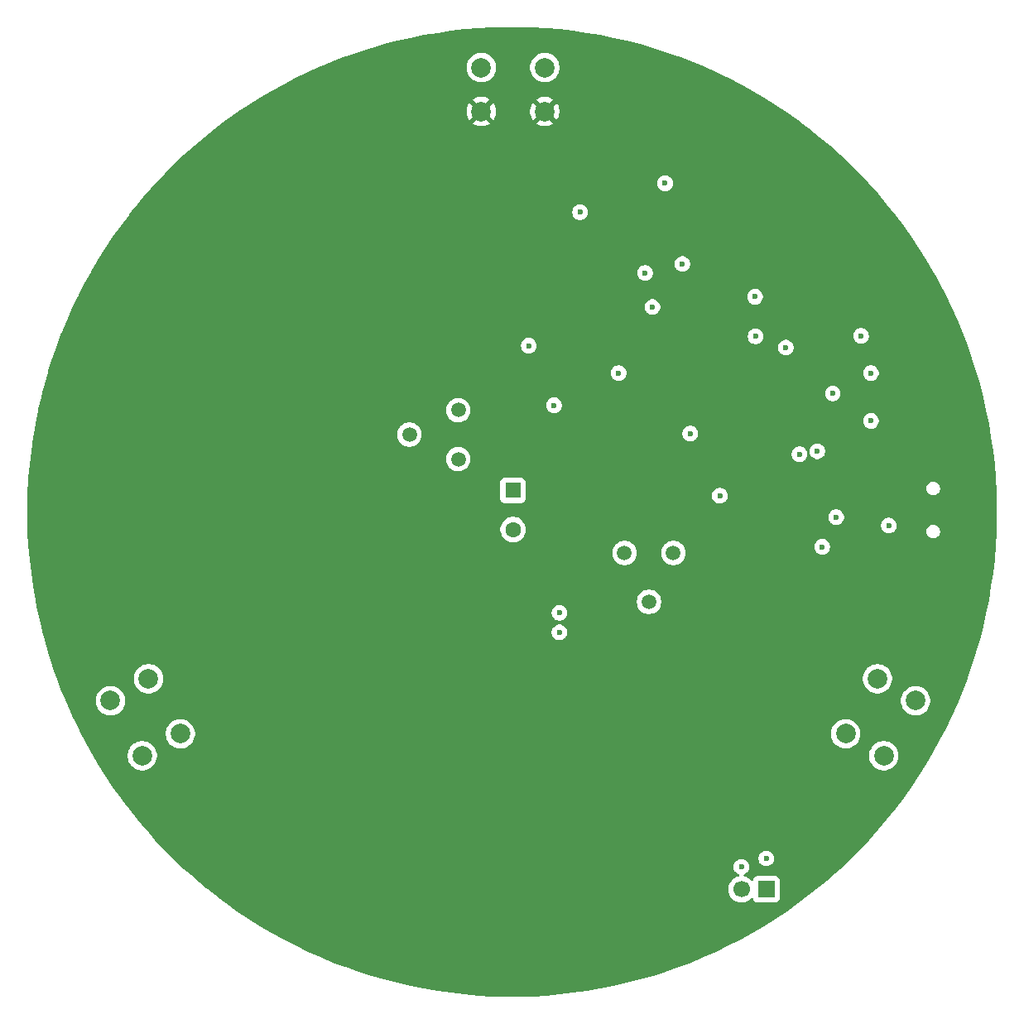
<source format=gbr>
%TF.GenerationSoftware,KiCad,Pcbnew,9.0.1*%
%TF.CreationDate,2025-05-12T19:59:27-03:00*%
%TF.ProjectId,proyecto_desarrollo,70726f79-6563-4746-9f5f-646573617272,rev?*%
%TF.SameCoordinates,Original*%
%TF.FileFunction,Copper,L3,Inr*%
%TF.FilePolarity,Positive*%
%FSLAX46Y46*%
G04 Gerber Fmt 4.6, Leading zero omitted, Abs format (unit mm)*
G04 Created by KiCad (PCBNEW 9.0.1) date 2025-05-12 19:59:27*
%MOMM*%
%LPD*%
G01*
G04 APERTURE LIST*
%TA.AperFunction,ComponentPad*%
%ADD10C,1.498600*%
%TD*%
%TA.AperFunction,ComponentPad*%
%ADD11C,2.000000*%
%TD*%
%TA.AperFunction,ComponentPad*%
%ADD12R,1.700000X1.700000*%
%TD*%
%TA.AperFunction,ComponentPad*%
%ADD13C,1.700000*%
%TD*%
%TA.AperFunction,ComponentPad*%
%ADD14R,1.600000X1.600000*%
%TD*%
%TA.AperFunction,ComponentPad*%
%ADD15C,1.600000*%
%TD*%
%TA.AperFunction,ViaPad*%
%ADD16C,0.600000*%
%TD*%
G04 APERTURE END LIST*
D10*
%TO.N,+5V*%
%TO.C,RV2*%
X166400000Y-104400000D03*
X163900000Y-109400000D03*
%TO.N,Net-(U2-DIS)*%
X161400010Y-104400000D03*
%TD*%
D11*
%TO.N,/reset*%
%TO.C,SW3*%
X146750000Y-54750000D03*
X153250000Y-54750000D03*
%TO.N,GND*%
X146750000Y-59250000D03*
X153250000Y-59250000D03*
%TD*%
D12*
%TO.N,Net-(J2-Pin_1)*%
%TO.C,J2*%
X175900000Y-138800000D03*
D13*
%TO.N,Net-(J2-Pin_2)*%
X173360000Y-138800000D03*
%TD*%
D10*
%TO.N,+5V*%
%TO.C,RV1*%
X144400000Y-94800000D03*
X139400000Y-92300000D03*
%TO.N,Net-(U1-DIS)*%
X144400000Y-89800010D03*
%TD*%
D11*
%TO.N,+5V*%
%TO.C,SW1*%
X191173558Y-119510418D03*
X187923558Y-125139583D03*
%TO.N,Net-(SW1-B)*%
X187276444Y-117260418D03*
X184026444Y-122889583D03*
%TD*%
%TO.N,+5V*%
%TO.C,SW2*%
X112076443Y-125139583D03*
X108826443Y-119510418D03*
%TO.N,Net-(SW1-B)*%
X115973557Y-122889583D03*
X112723557Y-117260418D03*
%TD*%
D14*
%TO.N,+5V*%
%TO.C,BZ1*%
X150000000Y-98000000D03*
D15*
%TO.N,Net-(BZ1--)*%
X150000000Y-102000000D03*
%TD*%
D16*
%TO.N,/reset*%
X165550000Y-66600000D03*
%TO.N,+5V*%
X156850000Y-69550000D03*
X181125000Y-94000000D03*
X174800000Y-82250000D03*
X171150000Y-98550000D03*
X154200000Y-89300000D03*
X185600000Y-82200000D03*
X177900000Y-83400000D03*
X151600000Y-83200000D03*
X188425000Y-101600000D03*
X167325000Y-74850000D03*
X181625000Y-103775000D03*
X183050000Y-100750000D03*
X174750735Y-78200735D03*
%TO.N,GND*%
X165100000Y-101600000D03*
X127000000Y-101600000D03*
X177800000Y-63500000D03*
X149000000Y-83325000D03*
X127000000Y-88900000D03*
X186700000Y-100100000D03*
X165100000Y-63500000D03*
X139700000Y-63500000D03*
X163625000Y-95400000D03*
X139700000Y-76200000D03*
X169675000Y-104175000D03*
X177800000Y-114300000D03*
X165100000Y-114300000D03*
X177800000Y-127000000D03*
X186700000Y-98400000D03*
X101600000Y-101600000D03*
X165100000Y-139700000D03*
X127000000Y-127000000D03*
X184200000Y-92300000D03*
X139700000Y-101600000D03*
X152400000Y-88900000D03*
X190500000Y-127000000D03*
X114300000Y-114300000D03*
X114300000Y-127000000D03*
X178821489Y-100655968D03*
X114300000Y-101600000D03*
X178400000Y-103900000D03*
X139700000Y-114300000D03*
X158000000Y-89300000D03*
X139700000Y-139700000D03*
X152400000Y-127000000D03*
X114300000Y-76200000D03*
X127000000Y-63500000D03*
X152400000Y-114300000D03*
X127000000Y-76200000D03*
X127000000Y-114300000D03*
X153144669Y-79594669D03*
X168450000Y-81850000D03*
X139700000Y-127000000D03*
X152400000Y-139700000D03*
X185000000Y-74000000D03*
X114300000Y-88900000D03*
X171000000Y-82250000D03*
X127000000Y-139700000D03*
X165500000Y-86550000D03*
X165100000Y-88900000D03*
X156250000Y-82000000D03*
X178375000Y-105850000D03*
X188200000Y-90625000D03*
X176425000Y-84725000D03*
X152400000Y-63500000D03*
X165100000Y-127000000D03*
%TO.N,Net-(U5-+)*%
X163512500Y-75762500D03*
X164250000Y-79250000D03*
%TO.N,Net-(U2-DIS)*%
X168125000Y-92200000D03*
%TO.N,Net-(U2-Q)*%
X179300000Y-94300000D03*
X182700000Y-88100000D03*
%TO.N,Net-(SW1-B)*%
X154750000Y-112525000D03*
X154750000Y-110525000D03*
X160800000Y-86000000D03*
%TO.N,/alarm*%
X186600000Y-86000000D03*
X186600000Y-90900000D03*
%TO.N,Net-(J2-Pin_2)*%
X173350000Y-136500000D03*
%TO.N,Net-(J2-Pin_1)*%
X175900000Y-135650000D03*
%TD*%
%TA.AperFunction,Conductor*%
%TO.N,GND*%
G36*
X150605325Y-50613510D02*
G01*
X151992336Y-50652425D01*
X151995685Y-50652566D01*
X153381107Y-50730370D01*
X153384560Y-50730613D01*
X154767218Y-50847238D01*
X154770564Y-50847568D01*
X156110750Y-50998571D01*
X156149415Y-51002928D01*
X156152868Y-51003366D01*
X157526753Y-51197326D01*
X157530143Y-51197853D01*
X158898129Y-51430283D01*
X158901504Y-51430905D01*
X160262379Y-51701600D01*
X160265718Y-51702313D01*
X161618481Y-52011073D01*
X161621855Y-52011892D01*
X162965453Y-52358477D01*
X162968699Y-52359363D01*
X164302115Y-52743514D01*
X164305324Y-52744487D01*
X165627368Y-53165860D01*
X165630599Y-53166940D01*
X166883889Y-53605485D01*
X166940320Y-53625231D01*
X166943584Y-53626425D01*
X167826801Y-53963567D01*
X168239853Y-54121237D01*
X168243085Y-54122523D01*
X169524984Y-54653503D01*
X169528178Y-54654879D01*
X170794678Y-55221601D01*
X170797802Y-55223052D01*
X171448544Y-55536433D01*
X172047934Y-55825084D01*
X172051046Y-55826637D01*
X173283798Y-56463492D01*
X173286792Y-56465091D01*
X174226853Y-56984645D01*
X174501225Y-57136285D01*
X174504245Y-57138010D01*
X175699317Y-57842965D01*
X175702288Y-57844774D01*
X176877139Y-58582981D01*
X176880048Y-58584866D01*
X178033740Y-59355739D01*
X178036560Y-59357681D01*
X179168238Y-60160649D01*
X179170987Y-60162659D01*
X179662975Y-60532918D01*
X180279620Y-60996992D01*
X180282370Y-60999122D01*
X181367185Y-61864233D01*
X181369873Y-61866439D01*
X182429978Y-62761617D01*
X182432604Y-62763898D01*
X183467196Y-63688466D01*
X183469757Y-63690820D01*
X184478026Y-64644055D01*
X184480519Y-64646480D01*
X185461603Y-65627564D01*
X185464028Y-65630057D01*
X186306487Y-66521155D01*
X186417263Y-66638326D01*
X186419617Y-66640887D01*
X187344185Y-67675479D01*
X187346466Y-67678105D01*
X188241644Y-68738210D01*
X188243850Y-68740898D01*
X189108961Y-69825713D01*
X189111091Y-69828463D01*
X189945402Y-70937066D01*
X189947455Y-70939874D01*
X190750387Y-72071501D01*
X190752359Y-72074365D01*
X191523210Y-73228025D01*
X191525102Y-73230944D01*
X192263309Y-74405795D01*
X192265118Y-74408766D01*
X192970073Y-75603838D01*
X192971798Y-75606858D01*
X193267383Y-76141679D01*
X193449888Y-76471897D01*
X193642972Y-76821255D01*
X193644611Y-76824322D01*
X194281446Y-78057037D01*
X194282999Y-78060149D01*
X194885024Y-79310266D01*
X194886489Y-79313421D01*
X195453204Y-80579905D01*
X195454580Y-80583099D01*
X195985560Y-81864998D01*
X195986846Y-81868230D01*
X196481657Y-83164497D01*
X196482852Y-83167763D01*
X196941132Y-84477451D01*
X196942234Y-84480750D01*
X197352042Y-85766510D01*
X197363577Y-85802699D01*
X197364583Y-85806013D01*
X197651090Y-86800499D01*
X197748705Y-87139329D01*
X197749621Y-87142685D01*
X198096189Y-88486223D01*
X198097010Y-88489602D01*
X198405763Y-89842334D01*
X198406489Y-89845736D01*
X198677173Y-91206556D01*
X198677804Y-91209976D01*
X198910226Y-92577917D01*
X198910760Y-92581354D01*
X199104717Y-93955218D01*
X199105155Y-93958668D01*
X199260509Y-95337461D01*
X199260850Y-95340923D01*
X199377469Y-96723515D01*
X199377713Y-96726984D01*
X199455514Y-98112336D01*
X199455660Y-98115811D01*
X199494574Y-99502758D01*
X199494623Y-99506236D01*
X199494623Y-100893763D01*
X199494574Y-100897241D01*
X199455660Y-102284188D01*
X199455514Y-102287663D01*
X199377713Y-103673015D01*
X199377469Y-103676484D01*
X199260850Y-105059076D01*
X199260509Y-105062538D01*
X199105155Y-106441331D01*
X199104717Y-106444781D01*
X198910760Y-107818645D01*
X198910226Y-107822082D01*
X198677804Y-109190023D01*
X198677173Y-109193443D01*
X198406489Y-110554263D01*
X198405763Y-110557665D01*
X198097010Y-111910397D01*
X198096189Y-111913776D01*
X197749621Y-113257314D01*
X197748705Y-113260670D01*
X197364587Y-114593972D01*
X197363577Y-114597300D01*
X196942234Y-115919249D01*
X196941132Y-115922548D01*
X196482852Y-117232236D01*
X196481657Y-117235502D01*
X195986846Y-118531769D01*
X195985560Y-118535001D01*
X195454580Y-119816900D01*
X195453204Y-119820094D01*
X194886489Y-121086578D01*
X194885024Y-121089733D01*
X194282999Y-122339850D01*
X194281446Y-122342962D01*
X193644611Y-123575677D01*
X193642972Y-123578744D01*
X192971798Y-124793141D01*
X192970073Y-124796161D01*
X192265118Y-125991233D01*
X192263309Y-125994204D01*
X191525102Y-127169055D01*
X191523210Y-127171974D01*
X190752359Y-128325634D01*
X190750387Y-128328498D01*
X189947455Y-129460125D01*
X189945402Y-129462933D01*
X189111091Y-130571536D01*
X189108961Y-130574286D01*
X188243850Y-131659101D01*
X188241644Y-131661789D01*
X187346466Y-132721894D01*
X187344185Y-132724520D01*
X186419617Y-133759112D01*
X186417263Y-133761673D01*
X185464028Y-134769942D01*
X185461603Y-134772435D01*
X184480519Y-135753519D01*
X184478026Y-135755944D01*
X183469757Y-136709179D01*
X183467196Y-136711533D01*
X182432604Y-137636101D01*
X182429978Y-137638382D01*
X181369873Y-138533560D01*
X181367185Y-138535766D01*
X180282370Y-139400877D01*
X180279620Y-139403007D01*
X179171017Y-140237318D01*
X179168209Y-140239371D01*
X178036582Y-141042303D01*
X178033718Y-141044275D01*
X176880058Y-141815126D01*
X176877139Y-141817018D01*
X175702288Y-142555225D01*
X175699317Y-142557034D01*
X174504245Y-143261989D01*
X174501225Y-143263714D01*
X173286828Y-143934888D01*
X173283761Y-143936527D01*
X172051046Y-144573362D01*
X172047934Y-144574915D01*
X170797817Y-145176940D01*
X170794662Y-145178405D01*
X169528178Y-145745120D01*
X169524984Y-145746496D01*
X168243085Y-146277476D01*
X168239853Y-146278762D01*
X166943586Y-146773573D01*
X166940320Y-146774768D01*
X165630632Y-147233048D01*
X165627333Y-147234150D01*
X164305384Y-147655493D01*
X164302056Y-147656503D01*
X162968754Y-148040621D01*
X162965398Y-148041537D01*
X161621860Y-148388105D01*
X161618481Y-148388926D01*
X160265749Y-148697679D01*
X160262347Y-148698405D01*
X158901527Y-148969089D01*
X158898107Y-148969720D01*
X157530166Y-149202142D01*
X157526729Y-149202676D01*
X156152865Y-149396633D01*
X156149415Y-149397071D01*
X154770622Y-149552425D01*
X154767160Y-149552766D01*
X153384568Y-149669385D01*
X153381099Y-149669629D01*
X151995747Y-149747430D01*
X151992272Y-149747576D01*
X150605325Y-149786490D01*
X150601847Y-149786539D01*
X149214321Y-149786539D01*
X149210843Y-149786490D01*
X147823895Y-149747576D01*
X147820420Y-149747430D01*
X146435068Y-149669629D01*
X146431599Y-149669385D01*
X145049007Y-149552766D01*
X145045545Y-149552425D01*
X143666752Y-149397071D01*
X143663302Y-149396633D01*
X142289438Y-149202676D01*
X142286001Y-149202142D01*
X140918060Y-148969720D01*
X140914640Y-148969089D01*
X139553820Y-148698405D01*
X139550418Y-148697679D01*
X138197686Y-148388926D01*
X138194307Y-148388105D01*
X136850769Y-148041537D01*
X136847413Y-148040621D01*
X135514097Y-147656499D01*
X135510798Y-147655497D01*
X134188834Y-147234150D01*
X134185535Y-147233048D01*
X132875847Y-146774768D01*
X132872581Y-146773573D01*
X131576314Y-146278762D01*
X131573082Y-146277476D01*
X130291183Y-145746496D01*
X130287989Y-145745120D01*
X129021505Y-145178405D01*
X129018350Y-145176940D01*
X127768233Y-144574915D01*
X127765121Y-144573362D01*
X126532406Y-143936527D01*
X126529339Y-143934888D01*
X125314942Y-143263714D01*
X125311922Y-143261989D01*
X124116850Y-142557034D01*
X124113879Y-142555225D01*
X122939028Y-141817018D01*
X122936109Y-141815126D01*
X121782449Y-141044275D01*
X121779585Y-141042303D01*
X120647941Y-140239358D01*
X120645167Y-140237331D01*
X120007561Y-139757482D01*
X119536547Y-139403007D01*
X119533797Y-139400877D01*
X118762500Y-138785788D01*
X118647041Y-138693713D01*
X172009500Y-138693713D01*
X172009500Y-138906287D01*
X172042754Y-139116243D01*
X172106461Y-139312313D01*
X172108444Y-139318414D01*
X172204951Y-139507820D01*
X172329890Y-139679786D01*
X172480213Y-139830109D01*
X172652179Y-139955048D01*
X172652181Y-139955049D01*
X172652184Y-139955051D01*
X172841588Y-140051557D01*
X173043757Y-140117246D01*
X173253713Y-140150500D01*
X173253714Y-140150500D01*
X173466286Y-140150500D01*
X173466287Y-140150500D01*
X173676243Y-140117246D01*
X173878412Y-140051557D01*
X174067816Y-139955051D01*
X174239792Y-139830104D01*
X174353329Y-139716566D01*
X174414648Y-139683084D01*
X174484340Y-139688068D01*
X174540274Y-139729939D01*
X174557189Y-139760917D01*
X174606202Y-139892328D01*
X174606206Y-139892335D01*
X174692452Y-140007544D01*
X174692455Y-140007547D01*
X174807664Y-140093793D01*
X174807671Y-140093797D01*
X174942517Y-140144091D01*
X174942516Y-140144091D01*
X174949444Y-140144835D01*
X175002127Y-140150500D01*
X176797872Y-140150499D01*
X176857483Y-140144091D01*
X176992331Y-140093796D01*
X177107546Y-140007546D01*
X177193796Y-139892331D01*
X177244091Y-139757483D01*
X177250500Y-139697873D01*
X177250499Y-137902128D01*
X177244091Y-137842517D01*
X177242810Y-137839083D01*
X177193797Y-137707671D01*
X177193793Y-137707664D01*
X177107547Y-137592455D01*
X177107544Y-137592452D01*
X176992335Y-137506206D01*
X176992328Y-137506202D01*
X176857482Y-137455908D01*
X176857483Y-137455908D01*
X176797883Y-137449501D01*
X176797881Y-137449500D01*
X176797873Y-137449500D01*
X176797864Y-137449500D01*
X175002129Y-137449500D01*
X175002123Y-137449501D01*
X174942516Y-137455908D01*
X174807671Y-137506202D01*
X174807664Y-137506206D01*
X174692455Y-137592452D01*
X174692452Y-137592455D01*
X174606206Y-137707664D01*
X174606203Y-137707669D01*
X174557189Y-137839083D01*
X174515317Y-137895016D01*
X174449853Y-137919433D01*
X174381580Y-137904581D01*
X174353326Y-137883430D01*
X174239786Y-137769890D01*
X174067820Y-137644951D01*
X173878414Y-137548444D01*
X173878413Y-137548443D01*
X173878412Y-137548443D01*
X173676243Y-137482754D01*
X173671386Y-137481984D01*
X173608253Y-137452054D01*
X173571323Y-137392742D01*
X173572323Y-137322879D01*
X173610934Y-137264647D01*
X173643336Y-137244951D01*
X173729173Y-137209397D01*
X173729176Y-137209395D01*
X173729179Y-137209394D01*
X173860289Y-137121789D01*
X173971789Y-137010289D01*
X174059394Y-136879179D01*
X174119737Y-136733497D01*
X174150500Y-136578842D01*
X174150500Y-136421158D01*
X174150500Y-136421155D01*
X174150499Y-136421153D01*
X174120788Y-136271789D01*
X174119737Y-136266503D01*
X174119735Y-136266498D01*
X174059397Y-136120827D01*
X174059390Y-136120814D01*
X173971789Y-135989711D01*
X173971786Y-135989707D01*
X173860292Y-135878213D01*
X173860288Y-135878210D01*
X173729185Y-135790609D01*
X173729172Y-135790602D01*
X173583501Y-135730264D01*
X173583489Y-135730261D01*
X173428845Y-135699500D01*
X173428842Y-135699500D01*
X173271158Y-135699500D01*
X173271155Y-135699500D01*
X173116510Y-135730261D01*
X173116498Y-135730264D01*
X172970827Y-135790602D01*
X172970814Y-135790609D01*
X172839711Y-135878210D01*
X172839707Y-135878213D01*
X172728213Y-135989707D01*
X172728210Y-135989711D01*
X172640609Y-136120814D01*
X172640602Y-136120827D01*
X172580264Y-136266498D01*
X172580261Y-136266510D01*
X172549500Y-136421153D01*
X172549500Y-136578846D01*
X172580261Y-136733489D01*
X172580264Y-136733501D01*
X172640602Y-136879172D01*
X172640609Y-136879185D01*
X172728210Y-137010288D01*
X172728213Y-137010292D01*
X172839707Y-137121786D01*
X172839711Y-137121789D01*
X172970814Y-137209390D01*
X172970827Y-137209397D01*
X173062795Y-137247491D01*
X173117199Y-137291332D01*
X173139264Y-137357626D01*
X173121985Y-137425325D01*
X173070848Y-137472936D01*
X173048355Y-137481143D01*
X173048390Y-137481249D01*
X173045445Y-137482205D01*
X173044302Y-137482623D01*
X173043762Y-137482752D01*
X172841585Y-137548444D01*
X172652179Y-137644951D01*
X172480213Y-137769890D01*
X172329890Y-137920213D01*
X172204951Y-138092179D01*
X172108444Y-138281585D01*
X172042753Y-138483760D01*
X172009500Y-138693713D01*
X118647041Y-138693713D01*
X118448982Y-138535766D01*
X118446294Y-138533560D01*
X117386189Y-137638382D01*
X117383563Y-137636101D01*
X116348971Y-136711533D01*
X116346410Y-136709179D01*
X115338141Y-135755944D01*
X115335648Y-135753519D01*
X115153282Y-135571153D01*
X175099500Y-135571153D01*
X175099500Y-135728846D01*
X175130261Y-135883489D01*
X175130264Y-135883501D01*
X175190602Y-136029172D01*
X175190609Y-136029185D01*
X175278210Y-136160288D01*
X175278213Y-136160292D01*
X175389707Y-136271786D01*
X175389711Y-136271789D01*
X175520814Y-136359390D01*
X175520827Y-136359397D01*
X175666498Y-136419735D01*
X175666503Y-136419737D01*
X175821153Y-136450499D01*
X175821156Y-136450500D01*
X175821158Y-136450500D01*
X175978844Y-136450500D01*
X175978845Y-136450499D01*
X176133497Y-136419737D01*
X176279179Y-136359394D01*
X176410289Y-136271789D01*
X176521789Y-136160289D01*
X176609394Y-136029179D01*
X176669737Y-135883497D01*
X176700500Y-135728842D01*
X176700500Y-135571158D01*
X176700500Y-135571155D01*
X176700499Y-135571153D01*
X176669737Y-135416503D01*
X176669735Y-135416498D01*
X176609397Y-135270827D01*
X176609390Y-135270814D01*
X176521789Y-135139711D01*
X176521786Y-135139707D01*
X176410292Y-135028213D01*
X176410288Y-135028210D01*
X176279185Y-134940609D01*
X176279172Y-134940602D01*
X176133501Y-134880264D01*
X176133489Y-134880261D01*
X175978845Y-134849500D01*
X175978842Y-134849500D01*
X175821158Y-134849500D01*
X175821155Y-134849500D01*
X175666510Y-134880261D01*
X175666498Y-134880264D01*
X175520827Y-134940602D01*
X175520814Y-134940609D01*
X175389711Y-135028210D01*
X175389707Y-135028213D01*
X175278213Y-135139707D01*
X175278210Y-135139711D01*
X175190609Y-135270814D01*
X175190602Y-135270827D01*
X175130264Y-135416498D01*
X175130261Y-135416510D01*
X175099500Y-135571153D01*
X115153282Y-135571153D01*
X114354564Y-134772435D01*
X114352139Y-134769942D01*
X113398904Y-133761673D01*
X113396550Y-133759112D01*
X112471982Y-132724520D01*
X112469701Y-132721894D01*
X111574523Y-131661789D01*
X111572317Y-131659101D01*
X110707206Y-130574286D01*
X110705076Y-130571536D01*
X110316420Y-130055104D01*
X109870743Y-129462903D01*
X109868733Y-129460154D01*
X109065765Y-128328476D01*
X109063808Y-128325634D01*
X108292957Y-127171974D01*
X108291065Y-127169055D01*
X107552858Y-125994204D01*
X107551049Y-125991233D01*
X107013302Y-125079620D01*
X106979009Y-125021485D01*
X110575943Y-125021485D01*
X110575943Y-125257680D01*
X110612889Y-125490951D01*
X110685876Y-125715579D01*
X110793100Y-125926016D01*
X110931926Y-126117093D01*
X111098933Y-126284100D01*
X111290010Y-126422926D01*
X111389434Y-126473585D01*
X111500446Y-126530149D01*
X111500448Y-126530149D01*
X111500451Y-126530151D01*
X111620855Y-126569272D01*
X111725074Y-126603136D01*
X111958346Y-126640083D01*
X111958351Y-126640083D01*
X112194540Y-126640083D01*
X112427811Y-126603136D01*
X112652435Y-126530151D01*
X112862876Y-126422926D01*
X113053953Y-126284100D01*
X113220960Y-126117093D01*
X113359786Y-125926016D01*
X113467011Y-125715575D01*
X113539996Y-125490951D01*
X113576943Y-125257680D01*
X113576943Y-125021485D01*
X186423058Y-125021485D01*
X186423058Y-125257680D01*
X186460004Y-125490951D01*
X186532991Y-125715579D01*
X186640215Y-125926016D01*
X186779041Y-126117093D01*
X186946048Y-126284100D01*
X187137125Y-126422926D01*
X187236549Y-126473585D01*
X187347561Y-126530149D01*
X187347563Y-126530149D01*
X187347566Y-126530151D01*
X187467970Y-126569272D01*
X187572189Y-126603136D01*
X187805461Y-126640083D01*
X187805466Y-126640083D01*
X188041655Y-126640083D01*
X188274926Y-126603136D01*
X188499550Y-126530151D01*
X188709991Y-126422926D01*
X188901068Y-126284100D01*
X189068075Y-126117093D01*
X189206901Y-125926016D01*
X189314126Y-125715575D01*
X189387111Y-125490951D01*
X189424058Y-125257680D01*
X189424058Y-125021485D01*
X189387111Y-124788214D01*
X189314124Y-124563586D01*
X189206900Y-124353149D01*
X189206891Y-124353136D01*
X189068075Y-124162073D01*
X188901068Y-123995066D01*
X188709991Y-123856240D01*
X188499554Y-123749016D01*
X188274926Y-123676029D01*
X188041655Y-123639083D01*
X188041650Y-123639083D01*
X187805466Y-123639083D01*
X187805461Y-123639083D01*
X187572189Y-123676029D01*
X187347561Y-123749016D01*
X187137124Y-123856240D01*
X187122184Y-123867095D01*
X186946048Y-123995066D01*
X186946046Y-123995068D01*
X186946045Y-123995068D01*
X186779043Y-124162070D01*
X186779043Y-124162071D01*
X186779041Y-124162073D01*
X186771157Y-124172925D01*
X186640215Y-124353149D01*
X186532991Y-124563586D01*
X186460004Y-124788214D01*
X186423058Y-125021485D01*
X113576943Y-125021485D01*
X113539996Y-124788214D01*
X113467009Y-124563586D01*
X113359785Y-124353149D01*
X113359776Y-124353136D01*
X113220960Y-124162073D01*
X113053953Y-123995066D01*
X112862876Y-123856240D01*
X112652439Y-123749016D01*
X112427811Y-123676029D01*
X112194540Y-123639083D01*
X112194535Y-123639083D01*
X111958351Y-123639083D01*
X111958346Y-123639083D01*
X111725074Y-123676029D01*
X111500446Y-123749016D01*
X111290009Y-123856240D01*
X111275069Y-123867095D01*
X111098933Y-123995066D01*
X111098931Y-123995068D01*
X111098930Y-123995068D01*
X110931928Y-124162070D01*
X110931928Y-124162071D01*
X110931926Y-124162073D01*
X110924042Y-124172925D01*
X110793100Y-124353149D01*
X110685876Y-124563586D01*
X110612889Y-124788214D01*
X110575943Y-125021485D01*
X106979009Y-125021485D01*
X106846094Y-124796161D01*
X106844369Y-124793141D01*
X106173175Y-123578708D01*
X106171576Y-123575714D01*
X105756101Y-122771485D01*
X114473057Y-122771485D01*
X114473057Y-123007680D01*
X114510003Y-123240951D01*
X114582990Y-123465579D01*
X114639881Y-123577232D01*
X114690214Y-123676016D01*
X114829040Y-123867093D01*
X114996047Y-124034100D01*
X115187124Y-124172926D01*
X115286548Y-124223585D01*
X115397560Y-124280149D01*
X115397562Y-124280149D01*
X115397565Y-124280151D01*
X115517969Y-124319272D01*
X115622188Y-124353136D01*
X115855460Y-124390083D01*
X115855465Y-124390083D01*
X116091654Y-124390083D01*
X116324925Y-124353136D01*
X116549549Y-124280151D01*
X116759990Y-124172926D01*
X116951067Y-124034100D01*
X117118074Y-123867093D01*
X117256900Y-123676016D01*
X117364125Y-123465575D01*
X117437110Y-123240951D01*
X117474057Y-123007680D01*
X117474057Y-122771485D01*
X182525944Y-122771485D01*
X182525944Y-123007680D01*
X182562890Y-123240951D01*
X182635877Y-123465579D01*
X182692768Y-123577232D01*
X182743101Y-123676016D01*
X182881927Y-123867093D01*
X183048934Y-124034100D01*
X183240011Y-124172926D01*
X183339435Y-124223585D01*
X183450447Y-124280149D01*
X183450449Y-124280149D01*
X183450452Y-124280151D01*
X183570856Y-124319272D01*
X183675075Y-124353136D01*
X183908347Y-124390083D01*
X183908352Y-124390083D01*
X184144541Y-124390083D01*
X184377812Y-124353136D01*
X184602436Y-124280151D01*
X184812877Y-124172926D01*
X185003954Y-124034100D01*
X185170961Y-123867093D01*
X185309787Y-123676016D01*
X185417012Y-123465575D01*
X185489997Y-123240951D01*
X185526944Y-123007680D01*
X185526944Y-122771485D01*
X185489997Y-122538214D01*
X185426555Y-122342962D01*
X185417012Y-122313591D01*
X185417010Y-122313588D01*
X185417010Y-122313586D01*
X185309786Y-122103149D01*
X185170961Y-121912073D01*
X185003954Y-121745066D01*
X184812877Y-121606240D01*
X184602440Y-121499016D01*
X184377812Y-121426029D01*
X184144541Y-121389083D01*
X184144536Y-121389083D01*
X183908352Y-121389083D01*
X183908347Y-121389083D01*
X183675075Y-121426029D01*
X183450447Y-121499016D01*
X183240010Y-121606240D01*
X183130994Y-121685445D01*
X183048934Y-121745066D01*
X183048932Y-121745068D01*
X183048931Y-121745068D01*
X182881929Y-121912070D01*
X182881929Y-121912071D01*
X182881927Y-121912073D01*
X182822306Y-121994133D01*
X182743101Y-122103149D01*
X182635877Y-122313586D01*
X182562890Y-122538214D01*
X182525944Y-122771485D01*
X117474057Y-122771485D01*
X117437110Y-122538214D01*
X117373668Y-122342962D01*
X117364125Y-122313591D01*
X117364123Y-122313588D01*
X117364123Y-122313586D01*
X117256899Y-122103149D01*
X117118074Y-121912073D01*
X116951067Y-121745066D01*
X116759990Y-121606240D01*
X116549553Y-121499016D01*
X116324925Y-121426029D01*
X116091654Y-121389083D01*
X116091649Y-121389083D01*
X115855465Y-121389083D01*
X115855460Y-121389083D01*
X115622188Y-121426029D01*
X115397560Y-121499016D01*
X115187123Y-121606240D01*
X115078107Y-121685445D01*
X114996047Y-121745066D01*
X114996045Y-121745068D01*
X114996044Y-121745068D01*
X114829042Y-121912070D01*
X114829042Y-121912071D01*
X114829040Y-121912073D01*
X114769419Y-121994133D01*
X114690214Y-122103149D01*
X114582990Y-122313586D01*
X114510003Y-122538214D01*
X114473057Y-122771485D01*
X105756101Y-122771485D01*
X105635590Y-122538214D01*
X105534721Y-122342962D01*
X105533168Y-122339850D01*
X105134446Y-121511896D01*
X104931136Y-121089718D01*
X104929678Y-121086578D01*
X104895822Y-121010918D01*
X104540328Y-120216467D01*
X104362963Y-119820094D01*
X104361587Y-119816900D01*
X104203360Y-119434907D01*
X104185722Y-119392326D01*
X104185720Y-119392320D01*
X107325943Y-119392320D01*
X107325943Y-119628515D01*
X107362889Y-119861786D01*
X107435876Y-120086414D01*
X107502142Y-120216467D01*
X107543100Y-120296851D01*
X107681926Y-120487928D01*
X107848933Y-120654935D01*
X108040010Y-120793761D01*
X108139434Y-120844420D01*
X108250446Y-120900984D01*
X108250448Y-120900984D01*
X108250451Y-120900986D01*
X108370855Y-120940107D01*
X108475074Y-120973971D01*
X108708346Y-121010918D01*
X108708351Y-121010918D01*
X108944540Y-121010918D01*
X109177811Y-120973971D01*
X109402435Y-120900986D01*
X109612876Y-120793761D01*
X109803953Y-120654935D01*
X109970960Y-120487928D01*
X110109786Y-120296851D01*
X110217011Y-120086410D01*
X110289996Y-119861786D01*
X110297105Y-119816900D01*
X110326943Y-119628515D01*
X110326943Y-119392320D01*
X189673058Y-119392320D01*
X189673058Y-119628515D01*
X189710004Y-119861786D01*
X189782991Y-120086414D01*
X189849257Y-120216467D01*
X189890215Y-120296851D01*
X190029041Y-120487928D01*
X190196048Y-120654935D01*
X190387125Y-120793761D01*
X190486549Y-120844420D01*
X190597561Y-120900984D01*
X190597563Y-120900984D01*
X190597566Y-120900986D01*
X190717970Y-120940107D01*
X190822189Y-120973971D01*
X191055461Y-121010918D01*
X191055466Y-121010918D01*
X191291655Y-121010918D01*
X191524926Y-120973971D01*
X191749550Y-120900986D01*
X191959991Y-120793761D01*
X192151068Y-120654935D01*
X192318075Y-120487928D01*
X192456901Y-120296851D01*
X192564126Y-120086410D01*
X192637111Y-119861786D01*
X192644220Y-119816900D01*
X192674058Y-119628515D01*
X192674058Y-119392320D01*
X192637111Y-119159049D01*
X192564124Y-118934421D01*
X192456900Y-118723984D01*
X192456891Y-118723971D01*
X192318075Y-118532908D01*
X192151068Y-118365901D01*
X191959991Y-118227075D01*
X191749554Y-118119851D01*
X191524926Y-118046864D01*
X191291655Y-118009918D01*
X191291650Y-118009918D01*
X191055466Y-118009918D01*
X191055461Y-118009918D01*
X190822189Y-118046864D01*
X190597561Y-118119851D01*
X190387124Y-118227075D01*
X190372184Y-118237930D01*
X190196048Y-118365901D01*
X190196046Y-118365903D01*
X190196045Y-118365903D01*
X190029043Y-118532905D01*
X190029043Y-118532906D01*
X190029041Y-118532908D01*
X190021157Y-118543760D01*
X189890215Y-118723984D01*
X189782991Y-118934421D01*
X189710004Y-119159049D01*
X189673058Y-119392320D01*
X110326943Y-119392320D01*
X110289996Y-119159049D01*
X110217009Y-118934421D01*
X110109785Y-118723984D01*
X110109776Y-118723971D01*
X109970960Y-118532908D01*
X109803953Y-118365901D01*
X109612876Y-118227075D01*
X109402439Y-118119851D01*
X109177811Y-118046864D01*
X108944540Y-118009918D01*
X108944535Y-118009918D01*
X108708351Y-118009918D01*
X108708346Y-118009918D01*
X108475074Y-118046864D01*
X108250446Y-118119851D01*
X108040009Y-118227075D01*
X108025069Y-118237930D01*
X107848933Y-118365901D01*
X107848931Y-118365903D01*
X107848930Y-118365903D01*
X107681928Y-118532905D01*
X107681928Y-118532906D01*
X107681926Y-118532908D01*
X107674042Y-118543760D01*
X107543100Y-118723984D01*
X107435876Y-118934421D01*
X107362889Y-119159049D01*
X107325943Y-119392320D01*
X104185720Y-119392320D01*
X103830605Y-118534997D01*
X103829321Y-118531769D01*
X103644223Y-118046865D01*
X103334509Y-117235500D01*
X103333316Y-117232236D01*
X103314487Y-117178428D01*
X103314480Y-117178409D01*
X103301852Y-117142320D01*
X111223057Y-117142320D01*
X111223057Y-117378515D01*
X111260003Y-117611786D01*
X111332990Y-117836414D01*
X111421396Y-118009918D01*
X111440214Y-118046851D01*
X111579040Y-118237928D01*
X111746047Y-118404935D01*
X111937124Y-118543761D01*
X112036548Y-118594420D01*
X112147560Y-118650984D01*
X112147562Y-118650984D01*
X112147565Y-118650986D01*
X112267969Y-118690107D01*
X112372188Y-118723971D01*
X112605460Y-118760918D01*
X112605465Y-118760918D01*
X112841654Y-118760918D01*
X113074925Y-118723971D01*
X113299549Y-118650986D01*
X113509990Y-118543761D01*
X113701067Y-118404935D01*
X113868074Y-118237928D01*
X114006900Y-118046851D01*
X114114125Y-117836410D01*
X114187110Y-117611786D01*
X114192240Y-117579399D01*
X114224057Y-117378515D01*
X114224057Y-117142320D01*
X185775944Y-117142320D01*
X185775944Y-117378515D01*
X185812890Y-117611786D01*
X185885877Y-117836414D01*
X185974283Y-118009918D01*
X185993101Y-118046851D01*
X186131927Y-118237928D01*
X186298934Y-118404935D01*
X186490011Y-118543761D01*
X186589435Y-118594420D01*
X186700447Y-118650984D01*
X186700449Y-118650984D01*
X186700452Y-118650986D01*
X186820856Y-118690107D01*
X186925075Y-118723971D01*
X187158347Y-118760918D01*
X187158352Y-118760918D01*
X187394541Y-118760918D01*
X187627812Y-118723971D01*
X187852436Y-118650986D01*
X188062877Y-118543761D01*
X188253954Y-118404935D01*
X188420961Y-118237928D01*
X188559787Y-118046851D01*
X188667012Y-117836410D01*
X188739997Y-117611786D01*
X188745127Y-117579399D01*
X188776944Y-117378515D01*
X188776944Y-117142320D01*
X188739997Y-116909049D01*
X188667010Y-116684421D01*
X188559786Y-116473984D01*
X188420961Y-116282908D01*
X188253954Y-116115901D01*
X188062877Y-115977075D01*
X187852440Y-115869851D01*
X187627812Y-115796864D01*
X187394541Y-115759918D01*
X187394536Y-115759918D01*
X187158352Y-115759918D01*
X187158347Y-115759918D01*
X186925075Y-115796864D01*
X186700447Y-115869851D01*
X186490010Y-115977075D01*
X186380994Y-116056280D01*
X186298934Y-116115901D01*
X186298932Y-116115903D01*
X186298931Y-116115903D01*
X186131929Y-116282905D01*
X186131929Y-116282906D01*
X186131927Y-116282908D01*
X186072306Y-116364968D01*
X185993101Y-116473984D01*
X185885877Y-116684421D01*
X185812890Y-116909049D01*
X185775944Y-117142320D01*
X114224057Y-117142320D01*
X114187110Y-116909049D01*
X114114123Y-116684421D01*
X114006899Y-116473984D01*
X113868074Y-116282908D01*
X113701067Y-116115901D01*
X113509990Y-115977075D01*
X113299553Y-115869851D01*
X113074925Y-115796864D01*
X112841654Y-115759918D01*
X112841649Y-115759918D01*
X112605465Y-115759918D01*
X112605460Y-115759918D01*
X112372188Y-115796864D01*
X112147560Y-115869851D01*
X111937123Y-115977075D01*
X111828107Y-116056280D01*
X111746047Y-116115901D01*
X111746045Y-116115903D01*
X111746044Y-116115903D01*
X111579042Y-116282905D01*
X111579042Y-116282906D01*
X111579040Y-116282908D01*
X111519419Y-116364968D01*
X111440214Y-116473984D01*
X111332990Y-116684421D01*
X111260003Y-116909049D01*
X111223057Y-117142320D01*
X103301852Y-117142320D01*
X103141626Y-116684421D01*
X102875024Y-115922515D01*
X102873944Y-115919284D01*
X102452571Y-114597240D01*
X102451598Y-114594031D01*
X102067447Y-113260615D01*
X102066561Y-113257369D01*
X101857305Y-112446153D01*
X153949500Y-112446153D01*
X153949500Y-112603846D01*
X153980261Y-112758489D01*
X153980264Y-112758501D01*
X154040602Y-112904172D01*
X154040609Y-112904185D01*
X154128210Y-113035288D01*
X154128213Y-113035292D01*
X154239707Y-113146786D01*
X154239711Y-113146789D01*
X154370814Y-113234390D01*
X154370827Y-113234397D01*
X154434257Y-113260670D01*
X154516503Y-113294737D01*
X154671153Y-113325499D01*
X154671156Y-113325500D01*
X154671158Y-113325500D01*
X154828844Y-113325500D01*
X154828845Y-113325499D01*
X154983497Y-113294737D01*
X155129179Y-113234394D01*
X155260289Y-113146789D01*
X155371789Y-113035289D01*
X155459394Y-112904179D01*
X155519737Y-112758497D01*
X155550500Y-112603842D01*
X155550500Y-112446158D01*
X155550500Y-112446155D01*
X155550499Y-112446153D01*
X155519738Y-112291510D01*
X155519737Y-112291503D01*
X155519735Y-112291498D01*
X155459397Y-112145827D01*
X155459390Y-112145814D01*
X155371789Y-112014711D01*
X155371786Y-112014707D01*
X155260292Y-111903213D01*
X155260288Y-111903210D01*
X155129185Y-111815609D01*
X155129172Y-111815602D01*
X154983501Y-111755264D01*
X154983489Y-111755261D01*
X154828845Y-111724500D01*
X154828842Y-111724500D01*
X154671158Y-111724500D01*
X154671155Y-111724500D01*
X154516510Y-111755261D01*
X154516498Y-111755264D01*
X154370827Y-111815602D01*
X154370814Y-111815609D01*
X154239711Y-111903210D01*
X154239707Y-111903213D01*
X154128213Y-112014707D01*
X154128210Y-112014711D01*
X154040609Y-112145814D01*
X154040602Y-112145827D01*
X153980264Y-112291498D01*
X153980261Y-112291510D01*
X153949500Y-112446153D01*
X101857305Y-112446153D01*
X101719976Y-111913771D01*
X101719157Y-111910397D01*
X101578637Y-111294738D01*
X101410397Y-110557634D01*
X101409678Y-110554263D01*
X101391775Y-110464257D01*
X101388174Y-110446153D01*
X153949500Y-110446153D01*
X153949500Y-110603846D01*
X153980261Y-110758489D01*
X153980264Y-110758501D01*
X154040602Y-110904172D01*
X154040609Y-110904185D01*
X154128210Y-111035288D01*
X154128213Y-111035292D01*
X154239707Y-111146786D01*
X154239711Y-111146789D01*
X154370814Y-111234390D01*
X154370827Y-111234397D01*
X154516498Y-111294735D01*
X154516503Y-111294737D01*
X154671153Y-111325499D01*
X154671156Y-111325500D01*
X154671158Y-111325500D01*
X154828844Y-111325500D01*
X154828845Y-111325499D01*
X154983497Y-111294737D01*
X155129179Y-111234394D01*
X155260289Y-111146789D01*
X155371789Y-111035289D01*
X155459394Y-110904179D01*
X155519737Y-110758497D01*
X155550500Y-110603842D01*
X155550500Y-110446158D01*
X155550500Y-110446155D01*
X155550499Y-110446153D01*
X155519738Y-110291510D01*
X155519737Y-110291503D01*
X155487713Y-110214190D01*
X155459397Y-110145827D01*
X155459390Y-110145814D01*
X155371789Y-110014711D01*
X155371786Y-110014707D01*
X155260292Y-109903213D01*
X155260288Y-109903210D01*
X155129185Y-109815609D01*
X155129172Y-109815602D01*
X154983501Y-109755264D01*
X154983489Y-109755261D01*
X154828845Y-109724500D01*
X154828842Y-109724500D01*
X154671158Y-109724500D01*
X154671155Y-109724500D01*
X154516510Y-109755261D01*
X154516498Y-109755264D01*
X154370827Y-109815602D01*
X154370814Y-109815609D01*
X154239711Y-109903210D01*
X154239707Y-109903213D01*
X154128213Y-110014707D01*
X154128210Y-110014711D01*
X154040609Y-110145814D01*
X154040602Y-110145827D01*
X153980264Y-110291498D01*
X153980261Y-110291510D01*
X153949500Y-110446153D01*
X101388174Y-110446153D01*
X101369703Y-110353294D01*
X101160514Y-109301633D01*
X162650200Y-109301633D01*
X162650200Y-109498366D01*
X162680973Y-109692662D01*
X162741766Y-109879761D01*
X162753716Y-109903213D01*
X162831075Y-110055038D01*
X162946706Y-110214190D01*
X163085810Y-110353294D01*
X163244962Y-110468925D01*
X163327774Y-110511120D01*
X163420238Y-110558233D01*
X163420240Y-110558233D01*
X163420243Y-110558235D01*
X163520530Y-110590820D01*
X163607337Y-110619026D01*
X163801634Y-110649800D01*
X163801639Y-110649800D01*
X163998366Y-110649800D01*
X164192662Y-110619026D01*
X164239393Y-110603842D01*
X164379757Y-110558235D01*
X164555038Y-110468925D01*
X164714190Y-110353294D01*
X164853294Y-110214190D01*
X164968925Y-110055038D01*
X165058235Y-109879757D01*
X165119026Y-109692662D01*
X165149800Y-109498366D01*
X165149800Y-109301633D01*
X165119026Y-109107337D01*
X165058233Y-108920238D01*
X164968924Y-108744961D01*
X164853294Y-108585810D01*
X164714190Y-108446706D01*
X164555038Y-108331075D01*
X164379761Y-108241766D01*
X164192662Y-108180973D01*
X163998366Y-108150200D01*
X163998361Y-108150200D01*
X163801639Y-108150200D01*
X163801634Y-108150200D01*
X163607337Y-108180973D01*
X163420238Y-108241766D01*
X163244961Y-108331075D01*
X163154159Y-108397047D01*
X163085810Y-108446706D01*
X163085808Y-108446708D01*
X163085807Y-108446708D01*
X162946708Y-108585807D01*
X162946708Y-108585808D01*
X162946706Y-108585810D01*
X162897047Y-108654159D01*
X162831075Y-108744961D01*
X162741766Y-108920238D01*
X162680973Y-109107337D01*
X162650200Y-109301633D01*
X101160514Y-109301633D01*
X101138989Y-109193420D01*
X101138363Y-109190023D01*
X100905937Y-107822059D01*
X100905407Y-107818645D01*
X100711450Y-106444781D01*
X100711012Y-106441331D01*
X100706655Y-106402666D01*
X100555652Y-105062480D01*
X100555322Y-105059134D01*
X100491428Y-104301633D01*
X160150210Y-104301633D01*
X160150210Y-104498366D01*
X160180983Y-104692662D01*
X160241776Y-104879761D01*
X160331085Y-105055038D01*
X160446716Y-105214190D01*
X160585820Y-105353294D01*
X160744972Y-105468925D01*
X160827784Y-105511120D01*
X160920248Y-105558233D01*
X160920250Y-105558233D01*
X160920253Y-105558235D01*
X161020540Y-105590820D01*
X161107347Y-105619026D01*
X161301644Y-105649800D01*
X161301649Y-105649800D01*
X161498376Y-105649800D01*
X161692672Y-105619026D01*
X161879767Y-105558235D01*
X162055048Y-105468925D01*
X162214200Y-105353294D01*
X162353304Y-105214190D01*
X162468935Y-105055038D01*
X162558245Y-104879757D01*
X162619036Y-104692662D01*
X162649810Y-104498366D01*
X162649810Y-104301633D01*
X165150200Y-104301633D01*
X165150200Y-104498366D01*
X165180973Y-104692662D01*
X165241766Y-104879761D01*
X165331075Y-105055038D01*
X165446706Y-105214190D01*
X165585810Y-105353294D01*
X165744962Y-105468925D01*
X165827774Y-105511120D01*
X165920238Y-105558233D01*
X165920240Y-105558233D01*
X165920243Y-105558235D01*
X166020530Y-105590820D01*
X166107337Y-105619026D01*
X166301634Y-105649800D01*
X166301639Y-105649800D01*
X166498366Y-105649800D01*
X166692662Y-105619026D01*
X166879757Y-105558235D01*
X167055038Y-105468925D01*
X167214190Y-105353294D01*
X167353294Y-105214190D01*
X167468925Y-105055038D01*
X167558235Y-104879757D01*
X167619026Y-104692662D01*
X167649800Y-104498366D01*
X167649800Y-104301633D01*
X167619026Y-104107337D01*
X167586912Y-104008501D01*
X167558235Y-103920243D01*
X167558233Y-103920240D01*
X167558233Y-103920238D01*
X167469638Y-103746361D01*
X167469637Y-103746359D01*
X167468926Y-103744964D01*
X167468924Y-103744961D01*
X167433463Y-103696153D01*
X180824500Y-103696153D01*
X180824500Y-103853846D01*
X180855261Y-104008489D01*
X180855264Y-104008501D01*
X180915602Y-104154172D01*
X180915609Y-104154185D01*
X181003210Y-104285288D01*
X181003213Y-104285292D01*
X181114707Y-104396786D01*
X181114711Y-104396789D01*
X181245814Y-104484390D01*
X181245827Y-104484397D01*
X181391498Y-104544735D01*
X181391503Y-104544737D01*
X181546153Y-104575499D01*
X181546156Y-104575500D01*
X181546158Y-104575500D01*
X181703844Y-104575500D01*
X181703845Y-104575499D01*
X181858497Y-104544737D01*
X182004179Y-104484394D01*
X182135289Y-104396789D01*
X182246789Y-104285289D01*
X182334394Y-104154179D01*
X182394737Y-104008497D01*
X182425500Y-103853842D01*
X182425500Y-103696158D01*
X182425500Y-103696155D01*
X182425499Y-103696153D01*
X182421240Y-103674740D01*
X182394737Y-103541503D01*
X182355471Y-103446706D01*
X182334397Y-103395827D01*
X182334390Y-103395814D01*
X182246789Y-103264711D01*
X182246786Y-103264707D01*
X182135292Y-103153213D01*
X182135288Y-103153210D01*
X182004185Y-103065609D01*
X182004172Y-103065602D01*
X181858501Y-103005264D01*
X181858489Y-103005261D01*
X181703845Y-102974500D01*
X181703842Y-102974500D01*
X181546158Y-102974500D01*
X181546155Y-102974500D01*
X181391510Y-103005261D01*
X181391498Y-103005264D01*
X181245827Y-103065602D01*
X181245814Y-103065609D01*
X181114711Y-103153210D01*
X181114707Y-103153213D01*
X181003213Y-103264707D01*
X181003210Y-103264711D01*
X180915609Y-103395814D01*
X180915602Y-103395827D01*
X180855264Y-103541498D01*
X180855261Y-103541510D01*
X180824500Y-103696153D01*
X167433463Y-103696153D01*
X167353294Y-103585810D01*
X167214190Y-103446706D01*
X167055038Y-103331075D01*
X166879761Y-103241766D01*
X166692662Y-103180973D01*
X166498366Y-103150200D01*
X166498361Y-103150200D01*
X166301639Y-103150200D01*
X166301634Y-103150200D01*
X166107337Y-103180973D01*
X165920238Y-103241766D01*
X165744961Y-103331075D01*
X165655857Y-103395814D01*
X165585810Y-103446706D01*
X165585808Y-103446708D01*
X165585807Y-103446708D01*
X165446708Y-103585807D01*
X165446708Y-103585808D01*
X165446706Y-103585810D01*
X165397047Y-103654159D01*
X165331075Y-103744961D01*
X165241766Y-103920238D01*
X165180973Y-104107337D01*
X165150200Y-104301633D01*
X162649810Y-104301633D01*
X162619036Y-104107337D01*
X162586922Y-104008501D01*
X162558245Y-103920243D01*
X162558243Y-103920240D01*
X162558243Y-103920238D01*
X162511130Y-103827774D01*
X162468935Y-103744962D01*
X162353304Y-103585810D01*
X162214200Y-103446706D01*
X162055048Y-103331075D01*
X161879771Y-103241766D01*
X161692672Y-103180973D01*
X161498376Y-103150200D01*
X161498371Y-103150200D01*
X161301649Y-103150200D01*
X161301644Y-103150200D01*
X161107347Y-103180973D01*
X160920248Y-103241766D01*
X160744971Y-103331075D01*
X160655867Y-103395814D01*
X160585820Y-103446706D01*
X160585818Y-103446708D01*
X160585817Y-103446708D01*
X160446718Y-103585807D01*
X160446718Y-103585808D01*
X160446716Y-103585810D01*
X160397057Y-103654159D01*
X160331085Y-103744961D01*
X160241776Y-103920238D01*
X160180983Y-104107337D01*
X160150210Y-104301633D01*
X100491428Y-104301633D01*
X100438697Y-103676476D01*
X100438454Y-103673015D01*
X100433557Y-103585810D01*
X100360650Y-102287601D01*
X100360509Y-102284252D01*
X100349662Y-101897648D01*
X148699500Y-101897648D01*
X148699500Y-102102351D01*
X148731522Y-102304534D01*
X148794781Y-102499223D01*
X148858691Y-102624653D01*
X148869846Y-102646545D01*
X148887715Y-102681613D01*
X149008028Y-102847213D01*
X149152786Y-102991971D01*
X149307749Y-103104556D01*
X149318390Y-103112287D01*
X149398706Y-103153210D01*
X149500776Y-103205218D01*
X149500778Y-103205218D01*
X149500781Y-103205220D01*
X149605137Y-103239127D01*
X149695465Y-103268477D01*
X149796557Y-103284488D01*
X149897648Y-103300500D01*
X149897649Y-103300500D01*
X150102351Y-103300500D01*
X150102352Y-103300500D01*
X150304534Y-103268477D01*
X150499219Y-103205220D01*
X150681610Y-103112287D01*
X150828916Y-103005264D01*
X150847213Y-102991971D01*
X150847215Y-102991968D01*
X150847219Y-102991966D01*
X150991966Y-102847219D01*
X150991968Y-102847215D01*
X150991971Y-102847213D01*
X151044732Y-102774590D01*
X151112287Y-102681610D01*
X151205220Y-102499219D01*
X151268477Y-102304534D01*
X151300500Y-102102352D01*
X151300500Y-101897648D01*
X151268477Y-101695466D01*
X151255617Y-101655888D01*
X151230707Y-101579221D01*
X151205220Y-101500781D01*
X151205218Y-101500778D01*
X151205218Y-101500776D01*
X151139495Y-101371789D01*
X151112287Y-101318390D01*
X151070077Y-101260292D01*
X150991971Y-101152786D01*
X150847213Y-101008028D01*
X150681613Y-100887715D01*
X150681612Y-100887714D01*
X150681610Y-100887713D01*
X150499219Y-100794780D01*
X150407445Y-100764961D01*
X150304534Y-100731522D01*
X150129995Y-100703878D01*
X150102352Y-100699500D01*
X149897648Y-100699500D01*
X149873329Y-100703351D01*
X149695465Y-100731522D01*
X149500776Y-100794781D01*
X149318386Y-100887715D01*
X149152786Y-101008028D01*
X149008028Y-101152786D01*
X148887715Y-101318386D01*
X148794781Y-101500776D01*
X148731522Y-101695465D01*
X148699500Y-101897648D01*
X100349662Y-101897648D01*
X100321594Y-100897241D01*
X100321545Y-100893763D01*
X100321545Y-100671153D01*
X182249500Y-100671153D01*
X182249500Y-100828846D01*
X182280261Y-100983489D01*
X182280264Y-100983501D01*
X182340602Y-101129172D01*
X182340609Y-101129185D01*
X182428210Y-101260288D01*
X182428213Y-101260292D01*
X182539707Y-101371786D01*
X182539711Y-101371789D01*
X182670814Y-101459390D01*
X182670827Y-101459397D01*
X182816498Y-101519735D01*
X182816503Y-101519737D01*
X182971153Y-101550499D01*
X182971156Y-101550500D01*
X182971158Y-101550500D01*
X183128844Y-101550500D01*
X183128845Y-101550499D01*
X183276378Y-101521153D01*
X187624500Y-101521153D01*
X187624500Y-101678846D01*
X187655261Y-101833489D01*
X187655264Y-101833501D01*
X187715602Y-101979172D01*
X187715609Y-101979185D01*
X187803210Y-102110288D01*
X187803213Y-102110292D01*
X187914707Y-102221786D01*
X187914711Y-102221789D01*
X188045814Y-102309390D01*
X188045827Y-102309397D01*
X188191498Y-102369735D01*
X188191503Y-102369737D01*
X188346153Y-102400499D01*
X188346156Y-102400500D01*
X188346158Y-102400500D01*
X188503844Y-102400500D01*
X188503845Y-102400499D01*
X188658497Y-102369737D01*
X188804179Y-102309394D01*
X188864640Y-102268995D01*
X192274499Y-102268995D01*
X192301418Y-102404322D01*
X192301421Y-102404332D01*
X192354221Y-102531804D01*
X192354228Y-102531817D01*
X192430885Y-102646541D01*
X192430888Y-102646545D01*
X192528454Y-102744111D01*
X192528458Y-102744114D01*
X192643182Y-102820771D01*
X192643195Y-102820778D01*
X192770667Y-102873578D01*
X192770672Y-102873580D01*
X192770676Y-102873580D01*
X192770677Y-102873581D01*
X192906004Y-102900500D01*
X192906007Y-102900500D01*
X193043995Y-102900500D01*
X193135041Y-102882389D01*
X193179328Y-102873580D01*
X193306811Y-102820775D01*
X193421542Y-102744114D01*
X193519114Y-102646542D01*
X193595775Y-102531811D01*
X193648580Y-102404328D01*
X193667464Y-102309394D01*
X193675500Y-102268995D01*
X193675500Y-102131004D01*
X193648581Y-101995677D01*
X193648580Y-101995676D01*
X193648580Y-101995672D01*
X193641751Y-101979185D01*
X193595778Y-101868195D01*
X193595771Y-101868182D01*
X193519114Y-101753458D01*
X193519111Y-101753454D01*
X193421545Y-101655888D01*
X193421541Y-101655885D01*
X193306817Y-101579228D01*
X193306804Y-101579221D01*
X193179332Y-101526421D01*
X193179322Y-101526418D01*
X193043995Y-101499500D01*
X193043993Y-101499500D01*
X192906007Y-101499500D01*
X192906005Y-101499500D01*
X192770677Y-101526418D01*
X192770667Y-101526421D01*
X192643195Y-101579221D01*
X192643182Y-101579228D01*
X192528458Y-101655885D01*
X192528454Y-101655888D01*
X192430888Y-101753454D01*
X192430885Y-101753458D01*
X192354228Y-101868182D01*
X192354221Y-101868195D01*
X192301421Y-101995667D01*
X192301418Y-101995677D01*
X192274500Y-102131004D01*
X192274500Y-102131007D01*
X192274500Y-102268993D01*
X192274500Y-102268995D01*
X192274499Y-102268995D01*
X188864640Y-102268995D01*
X188935289Y-102221789D01*
X189046789Y-102110289D01*
X189134394Y-101979179D01*
X189194737Y-101833497D01*
X189225500Y-101678842D01*
X189225500Y-101521158D01*
X189225500Y-101521155D01*
X189225499Y-101521153D01*
X189195788Y-101371789D01*
X189194737Y-101366503D01*
X189174808Y-101318390D01*
X189134397Y-101220827D01*
X189134390Y-101220814D01*
X189046789Y-101089711D01*
X189046786Y-101089707D01*
X188935292Y-100978213D01*
X188935288Y-100978210D01*
X188804185Y-100890609D01*
X188804172Y-100890602D01*
X188658501Y-100830264D01*
X188658489Y-100830261D01*
X188503845Y-100799500D01*
X188503842Y-100799500D01*
X188346158Y-100799500D01*
X188346155Y-100799500D01*
X188191510Y-100830261D01*
X188191498Y-100830264D01*
X188045827Y-100890602D01*
X188045814Y-100890609D01*
X187914711Y-100978210D01*
X187914707Y-100978213D01*
X187803213Y-101089707D01*
X187803210Y-101089711D01*
X187715609Y-101220814D01*
X187715602Y-101220827D01*
X187655264Y-101366498D01*
X187655261Y-101366510D01*
X187624500Y-101521153D01*
X183276378Y-101521153D01*
X183283497Y-101519737D01*
X183429179Y-101459394D01*
X183429185Y-101459390D01*
X183500164Y-101411964D01*
X183531224Y-101391209D01*
X183560289Y-101371789D01*
X183671789Y-101260289D01*
X183759394Y-101129179D01*
X183819737Y-100983497D01*
X183850500Y-100828842D01*
X183850500Y-100671158D01*
X183850500Y-100671155D01*
X183850499Y-100671153D01*
X183819738Y-100516510D01*
X183819737Y-100516503D01*
X183819735Y-100516498D01*
X183759397Y-100370827D01*
X183759390Y-100370814D01*
X183671789Y-100239711D01*
X183671786Y-100239707D01*
X183560292Y-100128213D01*
X183560288Y-100128210D01*
X183429185Y-100040609D01*
X183429172Y-100040602D01*
X183283501Y-99980264D01*
X183283489Y-99980261D01*
X183128845Y-99949500D01*
X183128842Y-99949500D01*
X182971158Y-99949500D01*
X182971155Y-99949500D01*
X182816510Y-99980261D01*
X182816498Y-99980264D01*
X182670827Y-100040602D01*
X182670814Y-100040609D01*
X182539711Y-100128210D01*
X182539707Y-100128213D01*
X182428213Y-100239707D01*
X182428210Y-100239711D01*
X182340609Y-100370814D01*
X182340602Y-100370827D01*
X182280264Y-100516498D01*
X182280261Y-100516510D01*
X182249500Y-100671153D01*
X100321545Y-100671153D01*
X100321545Y-99506236D01*
X100321594Y-99502758D01*
X100327269Y-99300498D01*
X100360509Y-98115744D01*
X100360650Y-98112401D01*
X100414577Y-97152135D01*
X148699500Y-97152135D01*
X148699500Y-98847870D01*
X148699501Y-98847876D01*
X148705908Y-98907483D01*
X148756202Y-99042328D01*
X148756206Y-99042335D01*
X148842452Y-99157544D01*
X148842455Y-99157547D01*
X148957664Y-99243793D01*
X148957671Y-99243797D01*
X149092517Y-99294091D01*
X149092516Y-99294091D01*
X149099444Y-99294835D01*
X149152127Y-99300500D01*
X150847872Y-99300499D01*
X150907483Y-99294091D01*
X151042331Y-99243796D01*
X151157546Y-99157546D01*
X151243796Y-99042331D01*
X151294091Y-98907483D01*
X151300500Y-98847873D01*
X151300500Y-98471153D01*
X170349500Y-98471153D01*
X170349500Y-98628846D01*
X170380261Y-98783489D01*
X170380264Y-98783501D01*
X170440602Y-98929172D01*
X170440609Y-98929185D01*
X170528210Y-99060288D01*
X170528213Y-99060292D01*
X170639707Y-99171786D01*
X170639711Y-99171789D01*
X170770814Y-99259390D01*
X170770827Y-99259397D01*
X170870060Y-99300500D01*
X170916503Y-99319737D01*
X171071153Y-99350499D01*
X171071156Y-99350500D01*
X171071158Y-99350500D01*
X171228844Y-99350500D01*
X171228845Y-99350499D01*
X171383497Y-99319737D01*
X171529179Y-99259394D01*
X171660289Y-99171789D01*
X171771789Y-99060289D01*
X171859394Y-98929179D01*
X171919737Y-98783497D01*
X171950500Y-98628842D01*
X171950500Y-98471158D01*
X171950500Y-98471155D01*
X171950499Y-98471153D01*
X171925229Y-98344114D01*
X171919737Y-98316503D01*
X171890760Y-98246545D01*
X171859397Y-98170827D01*
X171859390Y-98170814D01*
X171771789Y-98039711D01*
X171771786Y-98039707D01*
X171660292Y-97928213D01*
X171660288Y-97928210D01*
X171571667Y-97868995D01*
X192274499Y-97868995D01*
X192301418Y-98004322D01*
X192301421Y-98004332D01*
X192354221Y-98131804D01*
X192354228Y-98131817D01*
X192430885Y-98246541D01*
X192430888Y-98246545D01*
X192528454Y-98344111D01*
X192528458Y-98344114D01*
X192643182Y-98420771D01*
X192643195Y-98420778D01*
X192764825Y-98471158D01*
X192770672Y-98473580D01*
X192770676Y-98473580D01*
X192770677Y-98473581D01*
X192906004Y-98500500D01*
X192906007Y-98500500D01*
X193043995Y-98500500D01*
X193135041Y-98482389D01*
X193179328Y-98473580D01*
X193306811Y-98420775D01*
X193421542Y-98344114D01*
X193519114Y-98246542D01*
X193595775Y-98131811D01*
X193648580Y-98004328D01*
X193675500Y-97868993D01*
X193675500Y-97731007D01*
X193675500Y-97731004D01*
X193648581Y-97595677D01*
X193648580Y-97595676D01*
X193648580Y-97595672D01*
X193648578Y-97595667D01*
X193595778Y-97468195D01*
X193595771Y-97468182D01*
X193519114Y-97353458D01*
X193519111Y-97353454D01*
X193421545Y-97255888D01*
X193421541Y-97255885D01*
X193306817Y-97179228D01*
X193306804Y-97179221D01*
X193179332Y-97126421D01*
X193179322Y-97126418D01*
X193043995Y-97099500D01*
X193043993Y-97099500D01*
X192906007Y-97099500D01*
X192906005Y-97099500D01*
X192770677Y-97126418D01*
X192770667Y-97126421D01*
X192643195Y-97179221D01*
X192643182Y-97179228D01*
X192528458Y-97255885D01*
X192528454Y-97255888D01*
X192430888Y-97353454D01*
X192430885Y-97353458D01*
X192354228Y-97468182D01*
X192354221Y-97468195D01*
X192301421Y-97595667D01*
X192301418Y-97595677D01*
X192274500Y-97731004D01*
X192274500Y-97731007D01*
X192274500Y-97868993D01*
X192274500Y-97868995D01*
X192274499Y-97868995D01*
X171571667Y-97868995D01*
X171529185Y-97840609D01*
X171529178Y-97840605D01*
X171526453Y-97839477D01*
X171526451Y-97839475D01*
X171383501Y-97780264D01*
X171383489Y-97780261D01*
X171228845Y-97749500D01*
X171228842Y-97749500D01*
X171071158Y-97749500D01*
X171071155Y-97749500D01*
X170916510Y-97780261D01*
X170916498Y-97780264D01*
X170770827Y-97840602D01*
X170770814Y-97840609D01*
X170639711Y-97928210D01*
X170639707Y-97928213D01*
X170528213Y-98039707D01*
X170528210Y-98039711D01*
X170440609Y-98170814D01*
X170440602Y-98170827D01*
X170380264Y-98316498D01*
X170380261Y-98316510D01*
X170349500Y-98471153D01*
X151300500Y-98471153D01*
X151300499Y-97928213D01*
X151300499Y-97152129D01*
X151300498Y-97152123D01*
X151300497Y-97152116D01*
X151294091Y-97092517D01*
X151243796Y-96957669D01*
X151243795Y-96957668D01*
X151243793Y-96957664D01*
X151157547Y-96842455D01*
X151157544Y-96842452D01*
X151042335Y-96756206D01*
X151042328Y-96756202D01*
X150907482Y-96705908D01*
X150907483Y-96705908D01*
X150847883Y-96699501D01*
X150847881Y-96699500D01*
X150847873Y-96699500D01*
X150847864Y-96699500D01*
X149152129Y-96699500D01*
X149152123Y-96699501D01*
X149092516Y-96705908D01*
X148957671Y-96756202D01*
X148957664Y-96756206D01*
X148842455Y-96842452D01*
X148842452Y-96842455D01*
X148756206Y-96957664D01*
X148756202Y-96957671D01*
X148705908Y-97092517D01*
X148699501Y-97152116D01*
X148699501Y-97152123D01*
X148699500Y-97152135D01*
X100414577Y-97152135D01*
X100438454Y-96726971D01*
X100438698Y-96723515D01*
X100495525Y-96049800D01*
X100555323Y-95340858D01*
X100555651Y-95337526D01*
X100627299Y-94701633D01*
X143150200Y-94701633D01*
X143150200Y-94898366D01*
X143180973Y-95092662D01*
X143241766Y-95279761D01*
X143331075Y-95455038D01*
X143446706Y-95614190D01*
X143585810Y-95753294D01*
X143744962Y-95868925D01*
X143827774Y-95911120D01*
X143920238Y-95958233D01*
X143920240Y-95958233D01*
X143920243Y-95958235D01*
X144020530Y-95990820D01*
X144107337Y-96019026D01*
X144301634Y-96049800D01*
X144301639Y-96049800D01*
X144498366Y-96049800D01*
X144692662Y-96019026D01*
X144879757Y-95958235D01*
X145055038Y-95868925D01*
X145214190Y-95753294D01*
X145353294Y-95614190D01*
X145468925Y-95455038D01*
X145558235Y-95279757D01*
X145619026Y-95092662D01*
X145632214Y-95009397D01*
X145649800Y-94898366D01*
X145649800Y-94701633D01*
X145619026Y-94507337D01*
X145577386Y-94379185D01*
X145558235Y-94320243D01*
X145558232Y-94320239D01*
X145558232Y-94320236D01*
X145533329Y-94271362D01*
X145533328Y-94271361D01*
X145507746Y-94221153D01*
X178499500Y-94221153D01*
X178499500Y-94378846D01*
X178530261Y-94533489D01*
X178530264Y-94533501D01*
X178590602Y-94679172D01*
X178590609Y-94679185D01*
X178678210Y-94810288D01*
X178678213Y-94810292D01*
X178789707Y-94921786D01*
X178789711Y-94921789D01*
X178920814Y-95009390D01*
X178920827Y-95009397D01*
X179066498Y-95069735D01*
X179066503Y-95069737D01*
X179221153Y-95100499D01*
X179221156Y-95100500D01*
X179221158Y-95100500D01*
X179378844Y-95100500D01*
X179378845Y-95100499D01*
X179533497Y-95069737D01*
X179679179Y-95009394D01*
X179810289Y-94921789D01*
X179921789Y-94810289D01*
X180009394Y-94679179D01*
X180069737Y-94533497D01*
X180100500Y-94378842D01*
X180100500Y-94221158D01*
X180069737Y-94066503D01*
X180036313Y-93985810D01*
X180009532Y-93921153D01*
X180324500Y-93921153D01*
X180324500Y-93921158D01*
X180324500Y-94078842D01*
X180345471Y-94184273D01*
X180345521Y-94184527D01*
X180355261Y-94233492D01*
X180355264Y-94233501D01*
X180415602Y-94379172D01*
X180415609Y-94379185D01*
X180503210Y-94510288D01*
X180503213Y-94510292D01*
X180614707Y-94621786D01*
X180614711Y-94621789D01*
X180745814Y-94709390D01*
X180745827Y-94709397D01*
X180891498Y-94769735D01*
X180891503Y-94769737D01*
X181046153Y-94800499D01*
X181046156Y-94800500D01*
X181046158Y-94800500D01*
X181203844Y-94800500D01*
X181203845Y-94800499D01*
X181358497Y-94769737D01*
X181504179Y-94709394D01*
X181635289Y-94621789D01*
X181746789Y-94510289D01*
X181834394Y-94379179D01*
X181894737Y-94233497D01*
X181925500Y-94078842D01*
X181925500Y-93921158D01*
X181925500Y-93921155D01*
X181925499Y-93921153D01*
X181899353Y-93789711D01*
X181894737Y-93766503D01*
X181894735Y-93766498D01*
X181834397Y-93620827D01*
X181834390Y-93620814D01*
X181746789Y-93489711D01*
X181746786Y-93489707D01*
X181635292Y-93378213D01*
X181635288Y-93378210D01*
X181504185Y-93290609D01*
X181504172Y-93290602D01*
X181358501Y-93230264D01*
X181358489Y-93230261D01*
X181203845Y-93199500D01*
X181203842Y-93199500D01*
X181046158Y-93199500D01*
X181046155Y-93199500D01*
X180891510Y-93230261D01*
X180891498Y-93230264D01*
X180745827Y-93290602D01*
X180745814Y-93290609D01*
X180614711Y-93378210D01*
X180614707Y-93378213D01*
X180503213Y-93489707D01*
X180503210Y-93489711D01*
X180415609Y-93620814D01*
X180415602Y-93620827D01*
X180355264Y-93766498D01*
X180355261Y-93766510D01*
X180324500Y-93921153D01*
X180009532Y-93921153D01*
X180009397Y-93920827D01*
X180009390Y-93920814D01*
X179921789Y-93789711D01*
X179921786Y-93789707D01*
X179810292Y-93678213D01*
X179810288Y-93678210D01*
X179679185Y-93590609D01*
X179679172Y-93590602D01*
X179533501Y-93530264D01*
X179533489Y-93530261D01*
X179378845Y-93499500D01*
X179378842Y-93499500D01*
X179221158Y-93499500D01*
X179221155Y-93499500D01*
X179066510Y-93530261D01*
X179066498Y-93530264D01*
X178920827Y-93590602D01*
X178920814Y-93590609D01*
X178789711Y-93678210D01*
X178789707Y-93678213D01*
X178678213Y-93789707D01*
X178678210Y-93789711D01*
X178590609Y-93920814D01*
X178590602Y-93920827D01*
X178530264Y-94066498D01*
X178530261Y-94066510D01*
X178499500Y-94221153D01*
X145507746Y-94221153D01*
X145468925Y-94144962D01*
X145353294Y-93985810D01*
X145214190Y-93846706D01*
X145055038Y-93731075D01*
X144879761Y-93641766D01*
X144692662Y-93580973D01*
X144498366Y-93550200D01*
X144498361Y-93550200D01*
X144301639Y-93550200D01*
X144301634Y-93550200D01*
X144107337Y-93580973D01*
X143920238Y-93641766D01*
X143744961Y-93731075D01*
X143696190Y-93766510D01*
X143585810Y-93846706D01*
X143585808Y-93846708D01*
X143585807Y-93846708D01*
X143446708Y-93985807D01*
X143446708Y-93985808D01*
X143446706Y-93985810D01*
X143397047Y-94054159D01*
X143331075Y-94144961D01*
X143241766Y-94320238D01*
X143180973Y-94507337D01*
X143150200Y-94701633D01*
X100627299Y-94701633D01*
X100711012Y-93958661D01*
X100711450Y-93955218D01*
X100905412Y-92581319D01*
X100905935Y-92577951D01*
X100969874Y-92201633D01*
X138150200Y-92201633D01*
X138150200Y-92398366D01*
X138180973Y-92592662D01*
X138241766Y-92779761D01*
X138263181Y-92821789D01*
X138331075Y-92955038D01*
X138446706Y-93114190D01*
X138585810Y-93253294D01*
X138744962Y-93368925D01*
X138827774Y-93411120D01*
X138920238Y-93458233D01*
X138920240Y-93458233D01*
X138920243Y-93458235D01*
X139017104Y-93489707D01*
X139107337Y-93519026D01*
X139301634Y-93549800D01*
X139301639Y-93549800D01*
X139498366Y-93549800D01*
X139692662Y-93519026D01*
X139879757Y-93458235D01*
X140055038Y-93368925D01*
X140214190Y-93253294D01*
X140353294Y-93114190D01*
X140468925Y-92955038D01*
X140558235Y-92779757D01*
X140619026Y-92592662D01*
X140621161Y-92579185D01*
X140649800Y-92398366D01*
X140649800Y-92201634D01*
X140639161Y-92134465D01*
X140639161Y-92134464D01*
X140637053Y-92121153D01*
X167324500Y-92121153D01*
X167324500Y-92278846D01*
X167355261Y-92433489D01*
X167355264Y-92433501D01*
X167415602Y-92579172D01*
X167415609Y-92579185D01*
X167503210Y-92710288D01*
X167503213Y-92710292D01*
X167614707Y-92821786D01*
X167614711Y-92821789D01*
X167745814Y-92909390D01*
X167745827Y-92909397D01*
X167856016Y-92955038D01*
X167891503Y-92969737D01*
X168046153Y-93000499D01*
X168046156Y-93000500D01*
X168046158Y-93000500D01*
X168203844Y-93000500D01*
X168203845Y-93000499D01*
X168358497Y-92969737D01*
X168504179Y-92909394D01*
X168635289Y-92821789D01*
X168746789Y-92710289D01*
X168834394Y-92579179D01*
X168894737Y-92433497D01*
X168925500Y-92278842D01*
X168925500Y-92121158D01*
X168925500Y-92121155D01*
X168925499Y-92121153D01*
X168894737Y-91966503D01*
X168894735Y-91966498D01*
X168834397Y-91820827D01*
X168834390Y-91820814D01*
X168746789Y-91689711D01*
X168746786Y-91689707D01*
X168635292Y-91578213D01*
X168635288Y-91578210D01*
X168504185Y-91490609D01*
X168504172Y-91490602D01*
X168358501Y-91430264D01*
X168358489Y-91430261D01*
X168203845Y-91399500D01*
X168203842Y-91399500D01*
X168046158Y-91399500D01*
X168046155Y-91399500D01*
X167891510Y-91430261D01*
X167891498Y-91430264D01*
X167745827Y-91490602D01*
X167745814Y-91490609D01*
X167614711Y-91578210D01*
X167614707Y-91578213D01*
X167503213Y-91689707D01*
X167503210Y-91689711D01*
X167415609Y-91820814D01*
X167415602Y-91820827D01*
X167355264Y-91966498D01*
X167355261Y-91966510D01*
X167324500Y-92121153D01*
X140637053Y-92121153D01*
X140619026Y-92007337D01*
X140590820Y-91920530D01*
X140558235Y-91820243D01*
X140558233Y-91820240D01*
X140558233Y-91820238D01*
X140497222Y-91700499D01*
X140468925Y-91644962D01*
X140353294Y-91485810D01*
X140214190Y-91346706D01*
X140055038Y-91231075D01*
X140013629Y-91209976D01*
X139879761Y-91141766D01*
X139692662Y-91080973D01*
X139498366Y-91050200D01*
X139498361Y-91050200D01*
X139301639Y-91050200D01*
X139301634Y-91050200D01*
X139107337Y-91080973D01*
X138920238Y-91141766D01*
X138744961Y-91231075D01*
X138678744Y-91279185D01*
X138585810Y-91346706D01*
X138585808Y-91346708D01*
X138585807Y-91346708D01*
X138446708Y-91485807D01*
X138446708Y-91485808D01*
X138446706Y-91485810D01*
X138420568Y-91521786D01*
X138331075Y-91644961D01*
X138241766Y-91820238D01*
X138180973Y-92007337D01*
X138150200Y-92201633D01*
X100969874Y-92201633D01*
X101138369Y-91209941D01*
X101138987Y-91206592D01*
X101409687Y-89845689D01*
X101410404Y-89842335D01*
X101442516Y-89701643D01*
X143150200Y-89701643D01*
X143150200Y-89898376D01*
X143180973Y-90092672D01*
X143241766Y-90279771D01*
X143297782Y-90389707D01*
X143331075Y-90455048D01*
X143446706Y-90614200D01*
X143585810Y-90753304D01*
X143744962Y-90868935D01*
X143827774Y-90911130D01*
X143920238Y-90958243D01*
X143920240Y-90958243D01*
X143920243Y-90958245D01*
X144020530Y-90990830D01*
X144107337Y-91019036D01*
X144301634Y-91049810D01*
X144301639Y-91049810D01*
X144498366Y-91049810D01*
X144692662Y-91019036D01*
X144879757Y-90958245D01*
X145055038Y-90868935D01*
X145120804Y-90821153D01*
X185799500Y-90821153D01*
X185799500Y-90978846D01*
X185830261Y-91133489D01*
X185830264Y-91133501D01*
X185890602Y-91279172D01*
X185890609Y-91279185D01*
X185978210Y-91410288D01*
X185978213Y-91410292D01*
X186089707Y-91521786D01*
X186089711Y-91521789D01*
X186220814Y-91609390D01*
X186220827Y-91609397D01*
X186306690Y-91644962D01*
X186366503Y-91669737D01*
X186521153Y-91700499D01*
X186521156Y-91700500D01*
X186521158Y-91700500D01*
X186678844Y-91700500D01*
X186678845Y-91700499D01*
X186833497Y-91669737D01*
X186979179Y-91609394D01*
X187110289Y-91521789D01*
X187221789Y-91410289D01*
X187309394Y-91279179D01*
X187369737Y-91133497D01*
X187400500Y-90978842D01*
X187400500Y-90821158D01*
X187400500Y-90821155D01*
X187400499Y-90821153D01*
X187369738Y-90666510D01*
X187369737Y-90666503D01*
X187369735Y-90666498D01*
X187309397Y-90520827D01*
X187309390Y-90520814D01*
X187221789Y-90389711D01*
X187221786Y-90389707D01*
X187110292Y-90278213D01*
X187110288Y-90278210D01*
X186979185Y-90190609D01*
X186979172Y-90190602D01*
X186833501Y-90130264D01*
X186833489Y-90130261D01*
X186678845Y-90099500D01*
X186678842Y-90099500D01*
X186521158Y-90099500D01*
X186521155Y-90099500D01*
X186366510Y-90130261D01*
X186366498Y-90130264D01*
X186220827Y-90190602D01*
X186220814Y-90190609D01*
X186089711Y-90278210D01*
X186089707Y-90278213D01*
X185978213Y-90389707D01*
X185978210Y-90389711D01*
X185890609Y-90520814D01*
X185890602Y-90520827D01*
X185830264Y-90666498D01*
X185830261Y-90666510D01*
X185799500Y-90821153D01*
X145120804Y-90821153D01*
X145214190Y-90753304D01*
X145353294Y-90614200D01*
X145468925Y-90455048D01*
X145558235Y-90279767D01*
X145619026Y-90092672D01*
X145622659Y-90069735D01*
X145649800Y-89898376D01*
X145649800Y-89701643D01*
X145619026Y-89507347D01*
X145577272Y-89378844D01*
X145558235Y-89320253D01*
X145558232Y-89320249D01*
X145558232Y-89320246D01*
X145533324Y-89271362D01*
X145533323Y-89271361D01*
X145507741Y-89221153D01*
X153399500Y-89221153D01*
X153399500Y-89378846D01*
X153430261Y-89533489D01*
X153430264Y-89533501D01*
X153490602Y-89679172D01*
X153490609Y-89679185D01*
X153578210Y-89810288D01*
X153578213Y-89810292D01*
X153689707Y-89921786D01*
X153689711Y-89921789D01*
X153820814Y-90009390D01*
X153820827Y-90009397D01*
X153966498Y-90069735D01*
X153966503Y-90069737D01*
X154116131Y-90099500D01*
X154121153Y-90100499D01*
X154121156Y-90100500D01*
X154121158Y-90100500D01*
X154278844Y-90100500D01*
X154278845Y-90100499D01*
X154433497Y-90069737D01*
X154579179Y-90009394D01*
X154710289Y-89921789D01*
X154821789Y-89810289D01*
X154909394Y-89679179D01*
X154969737Y-89533497D01*
X155000500Y-89378842D01*
X155000500Y-89221158D01*
X155000500Y-89221155D01*
X155000499Y-89221153D01*
X154969737Y-89066503D01*
X154969735Y-89066498D01*
X154909397Y-88920827D01*
X154909390Y-88920814D01*
X154821789Y-88789711D01*
X154821786Y-88789707D01*
X154710292Y-88678213D01*
X154710288Y-88678210D01*
X154579185Y-88590609D01*
X154579172Y-88590602D01*
X154433501Y-88530264D01*
X154433489Y-88530261D01*
X154278845Y-88499500D01*
X154278842Y-88499500D01*
X154121158Y-88499500D01*
X154121155Y-88499500D01*
X153966510Y-88530261D01*
X153966498Y-88530264D01*
X153820827Y-88590602D01*
X153820814Y-88590609D01*
X153689711Y-88678210D01*
X153689707Y-88678213D01*
X153578213Y-88789707D01*
X153578210Y-88789711D01*
X153490609Y-88920814D01*
X153490602Y-88920827D01*
X153430264Y-89066498D01*
X153430261Y-89066510D01*
X153399500Y-89221153D01*
X145507741Y-89221153D01*
X145468925Y-89144972D01*
X145353294Y-88985820D01*
X145214190Y-88846716D01*
X145055038Y-88731085D01*
X145036788Y-88721786D01*
X144879761Y-88641776D01*
X144692662Y-88580983D01*
X144498366Y-88550210D01*
X144498361Y-88550210D01*
X144301639Y-88550210D01*
X144301634Y-88550210D01*
X144107337Y-88580983D01*
X143920238Y-88641776D01*
X143744961Y-88731085D01*
X143664276Y-88789707D01*
X143585810Y-88846716D01*
X143585808Y-88846718D01*
X143585807Y-88846718D01*
X143446708Y-88985817D01*
X143446708Y-88985818D01*
X143446706Y-88985820D01*
X143397047Y-89054169D01*
X143331075Y-89144971D01*
X143241766Y-89320248D01*
X143180973Y-89507347D01*
X143150200Y-89701643D01*
X101442516Y-89701643D01*
X101719161Y-88489581D01*
X101719978Y-88486223D01*
X101839944Y-88021153D01*
X181899500Y-88021153D01*
X181899500Y-88178846D01*
X181930261Y-88333489D01*
X181930264Y-88333501D01*
X181990602Y-88479172D01*
X181990609Y-88479185D01*
X182078210Y-88610288D01*
X182078213Y-88610292D01*
X182189707Y-88721786D01*
X182189711Y-88721789D01*
X182320814Y-88809390D01*
X182320827Y-88809397D01*
X182466498Y-88869735D01*
X182466503Y-88869737D01*
X182621153Y-88900499D01*
X182621156Y-88900500D01*
X182621158Y-88900500D01*
X182778844Y-88900500D01*
X182778845Y-88900499D01*
X182933497Y-88869737D01*
X183079179Y-88809394D01*
X183210289Y-88721789D01*
X183321789Y-88610289D01*
X183409394Y-88479179D01*
X183469737Y-88333497D01*
X183500500Y-88178842D01*
X183500500Y-88021158D01*
X183500500Y-88021155D01*
X183500499Y-88021153D01*
X183469738Y-87866510D01*
X183469737Y-87866503D01*
X183469735Y-87866498D01*
X183409397Y-87720827D01*
X183409390Y-87720814D01*
X183321789Y-87589711D01*
X183321786Y-87589707D01*
X183210292Y-87478213D01*
X183210288Y-87478210D01*
X183079185Y-87390609D01*
X183079172Y-87390602D01*
X182933501Y-87330264D01*
X182933489Y-87330261D01*
X182778845Y-87299500D01*
X182778842Y-87299500D01*
X182621158Y-87299500D01*
X182621155Y-87299500D01*
X182466510Y-87330261D01*
X182466498Y-87330264D01*
X182320827Y-87390602D01*
X182320814Y-87390609D01*
X182189711Y-87478210D01*
X182189707Y-87478213D01*
X182078213Y-87589707D01*
X182078210Y-87589711D01*
X181990609Y-87720814D01*
X181990602Y-87720827D01*
X181930264Y-87866498D01*
X181930261Y-87866510D01*
X181899500Y-88021153D01*
X101839944Y-88021153D01*
X102066565Y-87142612D01*
X102067441Y-87139402D01*
X102418413Y-85921153D01*
X159999500Y-85921153D01*
X159999500Y-86078846D01*
X160030261Y-86233489D01*
X160030264Y-86233501D01*
X160090602Y-86379172D01*
X160090609Y-86379185D01*
X160178210Y-86510288D01*
X160178213Y-86510292D01*
X160289707Y-86621786D01*
X160289711Y-86621789D01*
X160420814Y-86709390D01*
X160420827Y-86709397D01*
X160566498Y-86769735D01*
X160566503Y-86769737D01*
X160721153Y-86800499D01*
X160721156Y-86800500D01*
X160721158Y-86800500D01*
X160878844Y-86800500D01*
X160878845Y-86800499D01*
X161033497Y-86769737D01*
X161179179Y-86709394D01*
X161310289Y-86621789D01*
X161421789Y-86510289D01*
X161509394Y-86379179D01*
X161569737Y-86233497D01*
X161600500Y-86078842D01*
X161600500Y-85921158D01*
X161600500Y-85921155D01*
X161600499Y-85921153D01*
X185799500Y-85921153D01*
X185799500Y-86078846D01*
X185830261Y-86233489D01*
X185830264Y-86233501D01*
X185890602Y-86379172D01*
X185890609Y-86379185D01*
X185978210Y-86510288D01*
X185978213Y-86510292D01*
X186089707Y-86621786D01*
X186089711Y-86621789D01*
X186220814Y-86709390D01*
X186220827Y-86709397D01*
X186366498Y-86769735D01*
X186366503Y-86769737D01*
X186521153Y-86800499D01*
X186521156Y-86800500D01*
X186521158Y-86800500D01*
X186678844Y-86800500D01*
X186678845Y-86800499D01*
X186833497Y-86769737D01*
X186979179Y-86709394D01*
X187110289Y-86621789D01*
X187221789Y-86510289D01*
X187309394Y-86379179D01*
X187369737Y-86233497D01*
X187400500Y-86078842D01*
X187400500Y-85921158D01*
X187400500Y-85921155D01*
X187400499Y-85921153D01*
X187377599Y-85806027D01*
X187369737Y-85766503D01*
X187369735Y-85766498D01*
X187309397Y-85620827D01*
X187309390Y-85620814D01*
X187221789Y-85489711D01*
X187221786Y-85489707D01*
X187110292Y-85378213D01*
X187110288Y-85378210D01*
X186979185Y-85290609D01*
X186979172Y-85290602D01*
X186833501Y-85230264D01*
X186833489Y-85230261D01*
X186678845Y-85199500D01*
X186678842Y-85199500D01*
X186521158Y-85199500D01*
X186521155Y-85199500D01*
X186366510Y-85230261D01*
X186366498Y-85230264D01*
X186220827Y-85290602D01*
X186220814Y-85290609D01*
X186089711Y-85378210D01*
X186089707Y-85378213D01*
X185978213Y-85489707D01*
X185978210Y-85489711D01*
X185890609Y-85620814D01*
X185890602Y-85620827D01*
X185830264Y-85766498D01*
X185830261Y-85766510D01*
X185799500Y-85921153D01*
X161600499Y-85921153D01*
X161577599Y-85806027D01*
X161569737Y-85766503D01*
X161569735Y-85766498D01*
X161509397Y-85620827D01*
X161509390Y-85620814D01*
X161421789Y-85489711D01*
X161421786Y-85489707D01*
X161310292Y-85378213D01*
X161310288Y-85378210D01*
X161179185Y-85290609D01*
X161179172Y-85290602D01*
X161033501Y-85230264D01*
X161033489Y-85230261D01*
X160878845Y-85199500D01*
X160878842Y-85199500D01*
X160721158Y-85199500D01*
X160721155Y-85199500D01*
X160566510Y-85230261D01*
X160566498Y-85230264D01*
X160420827Y-85290602D01*
X160420814Y-85290609D01*
X160289711Y-85378210D01*
X160289707Y-85378213D01*
X160178213Y-85489707D01*
X160178210Y-85489711D01*
X160090609Y-85620814D01*
X160090602Y-85620827D01*
X160030264Y-85766498D01*
X160030261Y-85766510D01*
X159999500Y-85921153D01*
X102418413Y-85921153D01*
X102451603Y-85805948D01*
X102452565Y-85802779D01*
X102873951Y-84480694D01*
X102875016Y-84477505D01*
X103333323Y-83167738D01*
X103334510Y-83164497D01*
X103351054Y-83121158D01*
X103351056Y-83121153D01*
X150799500Y-83121153D01*
X150799500Y-83278846D01*
X150830261Y-83433489D01*
X150830264Y-83433501D01*
X150890602Y-83579172D01*
X150890609Y-83579185D01*
X150978210Y-83710288D01*
X150978213Y-83710292D01*
X151089707Y-83821786D01*
X151089711Y-83821789D01*
X151220814Y-83909390D01*
X151220827Y-83909397D01*
X151366498Y-83969735D01*
X151366503Y-83969737D01*
X151521153Y-84000499D01*
X151521156Y-84000500D01*
X151521158Y-84000500D01*
X151678844Y-84000500D01*
X151678845Y-84000499D01*
X151833497Y-83969737D01*
X151979179Y-83909394D01*
X152110289Y-83821789D01*
X152221789Y-83710289D01*
X152309394Y-83579179D01*
X152369737Y-83433497D01*
X152392083Y-83321158D01*
X152392084Y-83321153D01*
X177099500Y-83321153D01*
X177099500Y-83478846D01*
X177130261Y-83633489D01*
X177130264Y-83633501D01*
X177190602Y-83779172D01*
X177190609Y-83779185D01*
X177278210Y-83910288D01*
X177278213Y-83910292D01*
X177389707Y-84021786D01*
X177389711Y-84021789D01*
X177520814Y-84109390D01*
X177520827Y-84109397D01*
X177666498Y-84169735D01*
X177666503Y-84169737D01*
X177821153Y-84200499D01*
X177821156Y-84200500D01*
X177821158Y-84200500D01*
X177978844Y-84200500D01*
X177978845Y-84200499D01*
X178133497Y-84169737D01*
X178279179Y-84109394D01*
X178410289Y-84021789D01*
X178521789Y-83910289D01*
X178609394Y-83779179D01*
X178669737Y-83633497D01*
X178700500Y-83478842D01*
X178700500Y-83321158D01*
X178700500Y-83321155D01*
X178700499Y-83321153D01*
X178694476Y-83290874D01*
X178669737Y-83166503D01*
X178650955Y-83121158D01*
X178609397Y-83020827D01*
X178609390Y-83020814D01*
X178521789Y-82889711D01*
X178521786Y-82889707D01*
X178410292Y-82778213D01*
X178410288Y-82778210D01*
X178279185Y-82690609D01*
X178279172Y-82690602D01*
X178133501Y-82630264D01*
X178133489Y-82630261D01*
X177978845Y-82599500D01*
X177978842Y-82599500D01*
X177821158Y-82599500D01*
X177821155Y-82599500D01*
X177666510Y-82630261D01*
X177666498Y-82630264D01*
X177520827Y-82690602D01*
X177520814Y-82690609D01*
X177389711Y-82778210D01*
X177389707Y-82778213D01*
X177278213Y-82889707D01*
X177278210Y-82889711D01*
X177190609Y-83020814D01*
X177190602Y-83020827D01*
X177130264Y-83166498D01*
X177130261Y-83166510D01*
X177099500Y-83321153D01*
X152392084Y-83321153D01*
X152398107Y-83290875D01*
X152398107Y-83290874D01*
X152400500Y-83278844D01*
X152400500Y-83121155D01*
X152400499Y-83121153D01*
X152380543Y-83020827D01*
X152369737Y-82966503D01*
X152337929Y-82889711D01*
X152309397Y-82820827D01*
X152309390Y-82820814D01*
X152221789Y-82689711D01*
X152221786Y-82689707D01*
X152110292Y-82578213D01*
X152110288Y-82578210D01*
X151979185Y-82490609D01*
X151979172Y-82490602D01*
X151833501Y-82430264D01*
X151833489Y-82430261D01*
X151678845Y-82399500D01*
X151678842Y-82399500D01*
X151521158Y-82399500D01*
X151521155Y-82399500D01*
X151366510Y-82430261D01*
X151366498Y-82430264D01*
X151220827Y-82490602D01*
X151220814Y-82490609D01*
X151089711Y-82578210D01*
X151089707Y-82578213D01*
X150978213Y-82689707D01*
X150978210Y-82689711D01*
X150890609Y-82820814D01*
X150890602Y-82820827D01*
X150830264Y-82966498D01*
X150830261Y-82966510D01*
X150799500Y-83121153D01*
X103351056Y-83121153D01*
X103713689Y-82171153D01*
X173999500Y-82171153D01*
X173999500Y-82328846D01*
X174030261Y-82483489D01*
X174030264Y-82483501D01*
X174090602Y-82629172D01*
X174090609Y-82629185D01*
X174178210Y-82760288D01*
X174178213Y-82760292D01*
X174289707Y-82871786D01*
X174289711Y-82871789D01*
X174420814Y-82959390D01*
X174420827Y-82959397D01*
X174520060Y-83000500D01*
X174566503Y-83019737D01*
X174721153Y-83050499D01*
X174721156Y-83050500D01*
X174721158Y-83050500D01*
X174878844Y-83050500D01*
X174878845Y-83050499D01*
X175033497Y-83019737D01*
X175179179Y-82959394D01*
X175310289Y-82871789D01*
X175421789Y-82760289D01*
X175509394Y-82629179D01*
X175569737Y-82483497D01*
X175600500Y-82328842D01*
X175600500Y-82171158D01*
X175600500Y-82171155D01*
X175594155Y-82139258D01*
X175594155Y-82139257D01*
X175590554Y-82121153D01*
X184799500Y-82121153D01*
X184799500Y-82278846D01*
X184830261Y-82433489D01*
X184830264Y-82433501D01*
X184890602Y-82579172D01*
X184890609Y-82579185D01*
X184978210Y-82710288D01*
X184978213Y-82710292D01*
X185089707Y-82821786D01*
X185089711Y-82821789D01*
X185220814Y-82909390D01*
X185220827Y-82909397D01*
X185358683Y-82966498D01*
X185366503Y-82969737D01*
X185521153Y-83000499D01*
X185521156Y-83000500D01*
X185521158Y-83000500D01*
X185678844Y-83000500D01*
X185678845Y-83000499D01*
X185833497Y-82969737D01*
X185979179Y-82909394D01*
X186110289Y-82821789D01*
X186221789Y-82710289D01*
X186309394Y-82579179D01*
X186369737Y-82433497D01*
X186400500Y-82278842D01*
X186400500Y-82121158D01*
X186400500Y-82121155D01*
X186400499Y-82121153D01*
X186379684Y-82016510D01*
X186369737Y-81966503D01*
X186330102Y-81870814D01*
X186309397Y-81820827D01*
X186309390Y-81820814D01*
X186221789Y-81689711D01*
X186221786Y-81689707D01*
X186110292Y-81578213D01*
X186110288Y-81578210D01*
X185979185Y-81490609D01*
X185979172Y-81490602D01*
X185833501Y-81430264D01*
X185833489Y-81430261D01*
X185678845Y-81399500D01*
X185678842Y-81399500D01*
X185521158Y-81399500D01*
X185521155Y-81399500D01*
X185366510Y-81430261D01*
X185366498Y-81430264D01*
X185220827Y-81490602D01*
X185220814Y-81490609D01*
X185089711Y-81578210D01*
X185089707Y-81578213D01*
X184978213Y-81689707D01*
X184978210Y-81689711D01*
X184890609Y-81820814D01*
X184890602Y-81820827D01*
X184830264Y-81966498D01*
X184830261Y-81966510D01*
X184799500Y-82121153D01*
X175590554Y-82121153D01*
X175569738Y-82016510D01*
X175569737Y-82016503D01*
X175569735Y-82016498D01*
X175509397Y-81870827D01*
X175509390Y-81870814D01*
X175421789Y-81739711D01*
X175421786Y-81739707D01*
X175310292Y-81628213D01*
X175310288Y-81628210D01*
X175179185Y-81540609D01*
X175179172Y-81540602D01*
X175033501Y-81480264D01*
X175033489Y-81480261D01*
X174878845Y-81449500D01*
X174878842Y-81449500D01*
X174721158Y-81449500D01*
X174721155Y-81449500D01*
X174566510Y-81480261D01*
X174566498Y-81480264D01*
X174420827Y-81540602D01*
X174420814Y-81540609D01*
X174289711Y-81628210D01*
X174289707Y-81628213D01*
X174178213Y-81739707D01*
X174178210Y-81739711D01*
X174090609Y-81870814D01*
X174090602Y-81870827D01*
X174030264Y-82016498D01*
X174030261Y-82016510D01*
X173999500Y-82171153D01*
X103713689Y-82171153D01*
X103829332Y-81868201D01*
X103830607Y-81864998D01*
X103848904Y-81820827D01*
X104361593Y-80583083D01*
X104362963Y-80579905D01*
X104540328Y-80183533D01*
X104929697Y-79313378D01*
X104931143Y-79310267D01*
X104998137Y-79171153D01*
X163449500Y-79171153D01*
X163449500Y-79328846D01*
X163480261Y-79483489D01*
X163480264Y-79483501D01*
X163540602Y-79629172D01*
X163540609Y-79629185D01*
X163628210Y-79760288D01*
X163628213Y-79760292D01*
X163739707Y-79871786D01*
X163739711Y-79871789D01*
X163870814Y-79959390D01*
X163870827Y-79959397D01*
X164016498Y-80019735D01*
X164016503Y-80019737D01*
X164171153Y-80050499D01*
X164171156Y-80050500D01*
X164171158Y-80050500D01*
X164328844Y-80050500D01*
X164328845Y-80050499D01*
X164483497Y-80019737D01*
X164629179Y-79959394D01*
X164760289Y-79871789D01*
X164871789Y-79760289D01*
X164959394Y-79629179D01*
X165019737Y-79483497D01*
X165050500Y-79328842D01*
X165050500Y-79171158D01*
X165050500Y-79171155D01*
X165050499Y-79171153D01*
X165019738Y-79016510D01*
X165019737Y-79016503D01*
X165013413Y-79001235D01*
X164959397Y-78870827D01*
X164959390Y-78870814D01*
X164871789Y-78739711D01*
X164871786Y-78739707D01*
X164760292Y-78628213D01*
X164760288Y-78628210D01*
X164629185Y-78540609D01*
X164629172Y-78540602D01*
X164483501Y-78480264D01*
X164483489Y-78480261D01*
X164328845Y-78449500D01*
X164328842Y-78449500D01*
X164171158Y-78449500D01*
X164171155Y-78449500D01*
X164016510Y-78480261D01*
X164016498Y-78480264D01*
X163870827Y-78540602D01*
X163870814Y-78540609D01*
X163739711Y-78628210D01*
X163739707Y-78628213D01*
X163628213Y-78739707D01*
X163628210Y-78739711D01*
X163540609Y-78870814D01*
X163540602Y-78870827D01*
X163480264Y-79016498D01*
X163480261Y-79016510D01*
X163449500Y-79171153D01*
X104998137Y-79171153D01*
X105503436Y-78121888D01*
X173950235Y-78121888D01*
X173950235Y-78279581D01*
X173980996Y-78434224D01*
X173980999Y-78434236D01*
X174041337Y-78579907D01*
X174041344Y-78579920D01*
X174128945Y-78711023D01*
X174128948Y-78711027D01*
X174240442Y-78822521D01*
X174240446Y-78822524D01*
X174371549Y-78910125D01*
X174371562Y-78910132D01*
X174517233Y-78970470D01*
X174517238Y-78970472D01*
X174671888Y-79001234D01*
X174671891Y-79001235D01*
X174671893Y-79001235D01*
X174829579Y-79001235D01*
X174829580Y-79001234D01*
X174984232Y-78970472D01*
X175129914Y-78910129D01*
X175261024Y-78822524D01*
X175372524Y-78711024D01*
X175460129Y-78579914D01*
X175520472Y-78434232D01*
X175551235Y-78279577D01*
X175551235Y-78121893D01*
X175551235Y-78121890D01*
X175551234Y-78121888D01*
X175520473Y-77967245D01*
X175520472Y-77967238D01*
X175520470Y-77967233D01*
X175460132Y-77821562D01*
X175460125Y-77821549D01*
X175372524Y-77690446D01*
X175372521Y-77690442D01*
X175261027Y-77578948D01*
X175261023Y-77578945D01*
X175129920Y-77491344D01*
X175129907Y-77491337D01*
X174984236Y-77430999D01*
X174984224Y-77430996D01*
X174829580Y-77400235D01*
X174829577Y-77400235D01*
X174671893Y-77400235D01*
X174671890Y-77400235D01*
X174517245Y-77430996D01*
X174517233Y-77430999D01*
X174371562Y-77491337D01*
X174371549Y-77491344D01*
X174240446Y-77578945D01*
X174240442Y-77578948D01*
X174128948Y-77690442D01*
X174128945Y-77690446D01*
X174041344Y-77821549D01*
X174041337Y-77821562D01*
X173980999Y-77967233D01*
X173980996Y-77967245D01*
X173950235Y-78121888D01*
X105503436Y-78121888D01*
X105533175Y-78060134D01*
X105534721Y-78057037D01*
X105581109Y-77967245D01*
X106171591Y-76824255D01*
X106173159Y-76821320D01*
X106801925Y-75683653D01*
X162712000Y-75683653D01*
X162712000Y-75841346D01*
X162742761Y-75995989D01*
X162742764Y-75996001D01*
X162803102Y-76141672D01*
X162803109Y-76141685D01*
X162890710Y-76272788D01*
X162890713Y-76272792D01*
X163002207Y-76384286D01*
X163002211Y-76384289D01*
X163133314Y-76471890D01*
X163133327Y-76471897D01*
X163278998Y-76532235D01*
X163279003Y-76532237D01*
X163433653Y-76562999D01*
X163433656Y-76563000D01*
X163433658Y-76563000D01*
X163591344Y-76563000D01*
X163591345Y-76562999D01*
X163745997Y-76532237D01*
X163891679Y-76471894D01*
X164022789Y-76384289D01*
X164134289Y-76272789D01*
X164221894Y-76141679D01*
X164282237Y-75995997D01*
X164313000Y-75841342D01*
X164313000Y-75683658D01*
X164313000Y-75683655D01*
X164312999Y-75683653D01*
X164299857Y-75617583D01*
X164282237Y-75529003D01*
X164282235Y-75528998D01*
X164221897Y-75383327D01*
X164221890Y-75383314D01*
X164134289Y-75252211D01*
X164134286Y-75252207D01*
X164022792Y-75140713D01*
X164022788Y-75140710D01*
X163891685Y-75053109D01*
X163891672Y-75053102D01*
X163746001Y-74992764D01*
X163745989Y-74992761D01*
X163591345Y-74962000D01*
X163591342Y-74962000D01*
X163433658Y-74962000D01*
X163433655Y-74962000D01*
X163279010Y-74992761D01*
X163278998Y-74992764D01*
X163133327Y-75053102D01*
X163133314Y-75053109D01*
X163002211Y-75140710D01*
X163002207Y-75140713D01*
X162890713Y-75252207D01*
X162890710Y-75252211D01*
X162803109Y-75383314D01*
X162803102Y-75383327D01*
X162742764Y-75528998D01*
X162742761Y-75529010D01*
X162712000Y-75683653D01*
X106801925Y-75683653D01*
X106844378Y-75606841D01*
X106846075Y-75603869D01*
X107337281Y-74771153D01*
X166524500Y-74771153D01*
X166524500Y-74928846D01*
X166555261Y-75083489D01*
X166555264Y-75083501D01*
X166615602Y-75229172D01*
X166615609Y-75229185D01*
X166703210Y-75360288D01*
X166703213Y-75360292D01*
X166814707Y-75471786D01*
X166814711Y-75471789D01*
X166945814Y-75559390D01*
X166945827Y-75559397D01*
X167091498Y-75619735D01*
X167091503Y-75619737D01*
X167246153Y-75650499D01*
X167246156Y-75650500D01*
X167246158Y-75650500D01*
X167403844Y-75650500D01*
X167403845Y-75650499D01*
X167558497Y-75619737D01*
X167704179Y-75559394D01*
X167835289Y-75471789D01*
X167946789Y-75360289D01*
X168034394Y-75229179D01*
X168094737Y-75083497D01*
X168125500Y-74928842D01*
X168125500Y-74771158D01*
X168125500Y-74771155D01*
X168125499Y-74771153D01*
X168094738Y-74616510D01*
X168094737Y-74616503D01*
X168094735Y-74616498D01*
X168034397Y-74470827D01*
X168034390Y-74470814D01*
X167946789Y-74339711D01*
X167946786Y-74339707D01*
X167835292Y-74228213D01*
X167835288Y-74228210D01*
X167704185Y-74140609D01*
X167704172Y-74140602D01*
X167558501Y-74080264D01*
X167558489Y-74080261D01*
X167403845Y-74049500D01*
X167403842Y-74049500D01*
X167246158Y-74049500D01*
X167246155Y-74049500D01*
X167091510Y-74080261D01*
X167091498Y-74080264D01*
X166945827Y-74140602D01*
X166945814Y-74140609D01*
X166814711Y-74228210D01*
X166814707Y-74228213D01*
X166703213Y-74339707D01*
X166703210Y-74339711D01*
X166615609Y-74470814D01*
X166615602Y-74470827D01*
X166555264Y-74616498D01*
X166555261Y-74616510D01*
X166524500Y-74771153D01*
X107337281Y-74771153D01*
X107551061Y-74408744D01*
X107552858Y-74405795D01*
X108291092Y-73230901D01*
X108292929Y-73228068D01*
X109063846Y-72074309D01*
X109065742Y-72071556D01*
X109868757Y-70939811D01*
X109870717Y-70937130D01*
X110705089Y-69828445D01*
X110707206Y-69825713D01*
X110740869Y-69783501D01*
X110989958Y-69471153D01*
X156049500Y-69471153D01*
X156049500Y-69628846D01*
X156080261Y-69783489D01*
X156080264Y-69783501D01*
X156140602Y-69929172D01*
X156140609Y-69929185D01*
X156228210Y-70060288D01*
X156228213Y-70060292D01*
X156339707Y-70171786D01*
X156339711Y-70171789D01*
X156470814Y-70259390D01*
X156470827Y-70259397D01*
X156616498Y-70319735D01*
X156616503Y-70319737D01*
X156742985Y-70344896D01*
X156771153Y-70350499D01*
X156771156Y-70350500D01*
X156771158Y-70350500D01*
X156928844Y-70350500D01*
X156928845Y-70350499D01*
X157083497Y-70319737D01*
X157229179Y-70259394D01*
X157360289Y-70171789D01*
X157471789Y-70060289D01*
X157559394Y-69929179D01*
X157619737Y-69783497D01*
X157650500Y-69628842D01*
X157650500Y-69471158D01*
X157650500Y-69471155D01*
X157650499Y-69471153D01*
X157619737Y-69316503D01*
X157576010Y-69210935D01*
X157559397Y-69170827D01*
X157559390Y-69170814D01*
X157471789Y-69039711D01*
X157471786Y-69039707D01*
X157360292Y-68928213D01*
X157360288Y-68928210D01*
X157229185Y-68840609D01*
X157229172Y-68840602D01*
X157083501Y-68780264D01*
X157083489Y-68780261D01*
X156928845Y-68749500D01*
X156928842Y-68749500D01*
X156771158Y-68749500D01*
X156771155Y-68749500D01*
X156616510Y-68780261D01*
X156616498Y-68780264D01*
X156470827Y-68840602D01*
X156470814Y-68840609D01*
X156339711Y-68928210D01*
X156339707Y-68928213D01*
X156228213Y-69039707D01*
X156228210Y-69039711D01*
X156140609Y-69170814D01*
X156140602Y-69170827D01*
X156080264Y-69316498D01*
X156080261Y-69316510D01*
X156049500Y-69471153D01*
X110989958Y-69471153D01*
X111572325Y-68740887D01*
X111574523Y-68738210D01*
X112469725Y-67678076D01*
X112471957Y-67675507D01*
X113396587Y-66640846D01*
X113398866Y-66638366D01*
X113509681Y-66521153D01*
X164749500Y-66521153D01*
X164749500Y-66678846D01*
X164780261Y-66833489D01*
X164780264Y-66833501D01*
X164840602Y-66979172D01*
X164840609Y-66979185D01*
X164928210Y-67110288D01*
X164928213Y-67110292D01*
X165039707Y-67221786D01*
X165039711Y-67221789D01*
X165170814Y-67309390D01*
X165170827Y-67309397D01*
X165316498Y-67369735D01*
X165316503Y-67369737D01*
X165471153Y-67400499D01*
X165471156Y-67400500D01*
X165471158Y-67400500D01*
X165628844Y-67400500D01*
X165628845Y-67400499D01*
X165783497Y-67369737D01*
X165929179Y-67309394D01*
X166060289Y-67221789D01*
X166171789Y-67110289D01*
X166259394Y-66979179D01*
X166319737Y-66833497D01*
X166350500Y-66678842D01*
X166350500Y-66521158D01*
X166350500Y-66521155D01*
X166350499Y-66521153D01*
X166319738Y-66366510D01*
X166319737Y-66366503D01*
X166319735Y-66366498D01*
X166259397Y-66220827D01*
X166259390Y-66220814D01*
X166171789Y-66089711D01*
X166171786Y-66089707D01*
X166060292Y-65978213D01*
X166060288Y-65978210D01*
X165929185Y-65890609D01*
X165929172Y-65890602D01*
X165783501Y-65830264D01*
X165783489Y-65830261D01*
X165628845Y-65799500D01*
X165628842Y-65799500D01*
X165471158Y-65799500D01*
X165471155Y-65799500D01*
X165316510Y-65830261D01*
X165316498Y-65830264D01*
X165170827Y-65890602D01*
X165170814Y-65890609D01*
X165039711Y-65978210D01*
X165039707Y-65978213D01*
X164928213Y-66089707D01*
X164928210Y-66089711D01*
X164840609Y-66220814D01*
X164840602Y-66220827D01*
X164780264Y-66366498D01*
X164780261Y-66366510D01*
X164749500Y-66521153D01*
X113509681Y-66521153D01*
X114352173Y-65630022D01*
X114354528Y-65627600D01*
X115335684Y-64646444D01*
X115338106Y-64644089D01*
X116346450Y-63690782D01*
X116348930Y-63688503D01*
X117383591Y-62763873D01*
X117386160Y-62761641D01*
X118446304Y-61866430D01*
X118448982Y-61864233D01*
X119422740Y-61087687D01*
X119533814Y-60999108D01*
X119536529Y-60997005D01*
X120645214Y-60162633D01*
X120647895Y-60160673D01*
X121779640Y-59357658D01*
X121782393Y-59355762D01*
X122117356Y-59131947D01*
X145250000Y-59131947D01*
X145250000Y-59368052D01*
X145286934Y-59601247D01*
X145359897Y-59825802D01*
X145467087Y-60036174D01*
X145527338Y-60119104D01*
X145527340Y-60119105D01*
X146226212Y-59420233D01*
X146237482Y-59462292D01*
X146309890Y-59587708D01*
X146412292Y-59690110D01*
X146537708Y-59762518D01*
X146579765Y-59773787D01*
X145880893Y-60472658D01*
X145963828Y-60532914D01*
X146174197Y-60640102D01*
X146398752Y-60713065D01*
X146398751Y-60713065D01*
X146631948Y-60750000D01*
X146868052Y-60750000D01*
X147101247Y-60713065D01*
X147325802Y-60640102D01*
X147536163Y-60532918D01*
X147536169Y-60532914D01*
X147619104Y-60472658D01*
X147619105Y-60472658D01*
X146920233Y-59773787D01*
X146962292Y-59762518D01*
X147087708Y-59690110D01*
X147190110Y-59587708D01*
X147262518Y-59462292D01*
X147273787Y-59420234D01*
X147972658Y-60119105D01*
X147972658Y-60119104D01*
X148032914Y-60036169D01*
X148032918Y-60036163D01*
X148140102Y-59825802D01*
X148213065Y-59601247D01*
X148250000Y-59368052D01*
X148250000Y-59131947D01*
X151750000Y-59131947D01*
X151750000Y-59368052D01*
X151786934Y-59601247D01*
X151859897Y-59825802D01*
X151967087Y-60036174D01*
X152027338Y-60119104D01*
X152027340Y-60119105D01*
X152726212Y-59420233D01*
X152737482Y-59462292D01*
X152809890Y-59587708D01*
X152912292Y-59690110D01*
X153037708Y-59762518D01*
X153079765Y-59773787D01*
X152380893Y-60472658D01*
X152463828Y-60532914D01*
X152674197Y-60640102D01*
X152898752Y-60713065D01*
X152898751Y-60713065D01*
X153131948Y-60750000D01*
X153368052Y-60750000D01*
X153601247Y-60713065D01*
X153825802Y-60640102D01*
X154036163Y-60532918D01*
X154036169Y-60532914D01*
X154119104Y-60472658D01*
X154119105Y-60472658D01*
X153420233Y-59773787D01*
X153462292Y-59762518D01*
X153587708Y-59690110D01*
X153690110Y-59587708D01*
X153762518Y-59462292D01*
X153773787Y-59420234D01*
X154472658Y-60119105D01*
X154472658Y-60119104D01*
X154532914Y-60036169D01*
X154532918Y-60036163D01*
X154640102Y-59825802D01*
X154713065Y-59601247D01*
X154750000Y-59368052D01*
X154750000Y-59131947D01*
X154713065Y-58898752D01*
X154640102Y-58674197D01*
X154532914Y-58463828D01*
X154472658Y-58380894D01*
X154472658Y-58380893D01*
X153773787Y-59079765D01*
X153762518Y-59037708D01*
X153690110Y-58912292D01*
X153587708Y-58809890D01*
X153462292Y-58737482D01*
X153420234Y-58726212D01*
X154119105Y-58027340D01*
X154119104Y-58027338D01*
X154036174Y-57967087D01*
X153825802Y-57859897D01*
X153601247Y-57786934D01*
X153601248Y-57786934D01*
X153368052Y-57750000D01*
X153131948Y-57750000D01*
X152898752Y-57786934D01*
X152674197Y-57859897D01*
X152463830Y-57967084D01*
X152380894Y-58027340D01*
X153079766Y-58726212D01*
X153037708Y-58737482D01*
X152912292Y-58809890D01*
X152809890Y-58912292D01*
X152737482Y-59037708D01*
X152726212Y-59079766D01*
X152027340Y-58380894D01*
X151967084Y-58463830D01*
X151859897Y-58674197D01*
X151786934Y-58898752D01*
X151750000Y-59131947D01*
X148250000Y-59131947D01*
X148213065Y-58898752D01*
X148140102Y-58674197D01*
X148032914Y-58463828D01*
X147972658Y-58380894D01*
X147972658Y-58380893D01*
X147273787Y-59079765D01*
X147262518Y-59037708D01*
X147190110Y-58912292D01*
X147087708Y-58809890D01*
X146962292Y-58737482D01*
X146920234Y-58726212D01*
X147619105Y-58027340D01*
X147619104Y-58027339D01*
X147536174Y-57967087D01*
X147325802Y-57859897D01*
X147101247Y-57786934D01*
X147101248Y-57786934D01*
X146868052Y-57750000D01*
X146631948Y-57750000D01*
X146398752Y-57786934D01*
X146174197Y-57859897D01*
X145963830Y-57967084D01*
X145880894Y-58027340D01*
X146579766Y-58726212D01*
X146537708Y-58737482D01*
X146412292Y-58809890D01*
X146309890Y-58912292D01*
X146237482Y-59037708D01*
X146226212Y-59079766D01*
X145527340Y-58380894D01*
X145467084Y-58463830D01*
X145359897Y-58674197D01*
X145286934Y-58898752D01*
X145250000Y-59131947D01*
X122117356Y-59131947D01*
X122936152Y-58584845D01*
X122938985Y-58583008D01*
X124113899Y-57844761D01*
X124116828Y-57842977D01*
X125311953Y-57137991D01*
X125314910Y-57136303D01*
X126529404Y-56465075D01*
X126532339Y-56463507D01*
X127765136Y-55826629D01*
X127768217Y-55825091D01*
X129018392Y-55223039D01*
X129021461Y-55221614D01*
X130288005Y-54654872D01*
X130291167Y-54653509D01*
X130343331Y-54631902D01*
X145249500Y-54631902D01*
X145249500Y-54868097D01*
X145286446Y-55101368D01*
X145359433Y-55325996D01*
X145466657Y-55536433D01*
X145605483Y-55727510D01*
X145772490Y-55894517D01*
X145963567Y-56033343D01*
X146062991Y-56084002D01*
X146174003Y-56140566D01*
X146174005Y-56140566D01*
X146174008Y-56140568D01*
X146294412Y-56179689D01*
X146398631Y-56213553D01*
X146631903Y-56250500D01*
X146631908Y-56250500D01*
X146868097Y-56250500D01*
X147101368Y-56213553D01*
X147325992Y-56140568D01*
X147536433Y-56033343D01*
X147727510Y-55894517D01*
X147894517Y-55727510D01*
X148033343Y-55536433D01*
X148140568Y-55325992D01*
X148213553Y-55101368D01*
X148241377Y-54925694D01*
X148250500Y-54868097D01*
X148250500Y-54631902D01*
X151749500Y-54631902D01*
X151749500Y-54868097D01*
X151786446Y-55101368D01*
X151859433Y-55325996D01*
X151966657Y-55536433D01*
X152105483Y-55727510D01*
X152272490Y-55894517D01*
X152463567Y-56033343D01*
X152562991Y-56084002D01*
X152674003Y-56140566D01*
X152674005Y-56140566D01*
X152674008Y-56140568D01*
X152794412Y-56179689D01*
X152898631Y-56213553D01*
X153131903Y-56250500D01*
X153131908Y-56250500D01*
X153368097Y-56250500D01*
X153601368Y-56213553D01*
X153825992Y-56140568D01*
X154036433Y-56033343D01*
X154227510Y-55894517D01*
X154394517Y-55727510D01*
X154533343Y-55536433D01*
X154640568Y-55325992D01*
X154713553Y-55101368D01*
X154741377Y-54925694D01*
X154750500Y-54868097D01*
X154750500Y-54631902D01*
X154713553Y-54398631D01*
X154640566Y-54174003D01*
X154533342Y-53963566D01*
X154394517Y-53772490D01*
X154227510Y-53605483D01*
X154036433Y-53466657D01*
X153825996Y-53359433D01*
X153601368Y-53286446D01*
X153368097Y-53249500D01*
X153368092Y-53249500D01*
X153131908Y-53249500D01*
X153131903Y-53249500D01*
X152898631Y-53286446D01*
X152674003Y-53359433D01*
X152463566Y-53466657D01*
X152354550Y-53545862D01*
X152272490Y-53605483D01*
X152272488Y-53605485D01*
X152272487Y-53605485D01*
X152105485Y-53772487D01*
X152105485Y-53772488D01*
X152105483Y-53772490D01*
X152045862Y-53854550D01*
X151966657Y-53963566D01*
X151859433Y-54174003D01*
X151786446Y-54398631D01*
X151749500Y-54631902D01*
X148250500Y-54631902D01*
X148213553Y-54398631D01*
X148140566Y-54174003D01*
X148033342Y-53963566D01*
X147894517Y-53772490D01*
X147727510Y-53605483D01*
X147536433Y-53466657D01*
X147325996Y-53359433D01*
X147101368Y-53286446D01*
X146868097Y-53249500D01*
X146868092Y-53249500D01*
X146631908Y-53249500D01*
X146631903Y-53249500D01*
X146398631Y-53286446D01*
X146174003Y-53359433D01*
X145963566Y-53466657D01*
X145854550Y-53545862D01*
X145772490Y-53605483D01*
X145772488Y-53605485D01*
X145772487Y-53605485D01*
X145605485Y-53772487D01*
X145605485Y-53772488D01*
X145605483Y-53772490D01*
X145545862Y-53854550D01*
X145466657Y-53963566D01*
X145359433Y-54174003D01*
X145286446Y-54398631D01*
X145249500Y-54631902D01*
X130343331Y-54631902D01*
X131573110Y-54122511D01*
X131576285Y-54121248D01*
X132872606Y-53626416D01*
X132875822Y-53625239D01*
X134185589Y-53166932D01*
X134188778Y-53165867D01*
X135510863Y-52744481D01*
X135514032Y-52743519D01*
X136847486Y-52359357D01*
X136850696Y-52358481D01*
X138194328Y-52011888D01*
X138197665Y-52011077D01*
X139550463Y-51702310D01*
X139553773Y-51701603D01*
X140914676Y-51430903D01*
X140918025Y-51430285D01*
X142286035Y-51197851D01*
X142289403Y-51197328D01*
X143663308Y-51003365D01*
X143666745Y-51002928D01*
X145045610Y-50847567D01*
X145048942Y-50847239D01*
X146431612Y-50730613D01*
X146435055Y-50730370D01*
X147820485Y-50652566D01*
X147823828Y-50652425D01*
X149210843Y-50613510D01*
X149214321Y-50613461D01*
X150601847Y-50613461D01*
X150605325Y-50613510D01*
G37*
%TD.AperFunction*%
%TD*%
M02*

</source>
